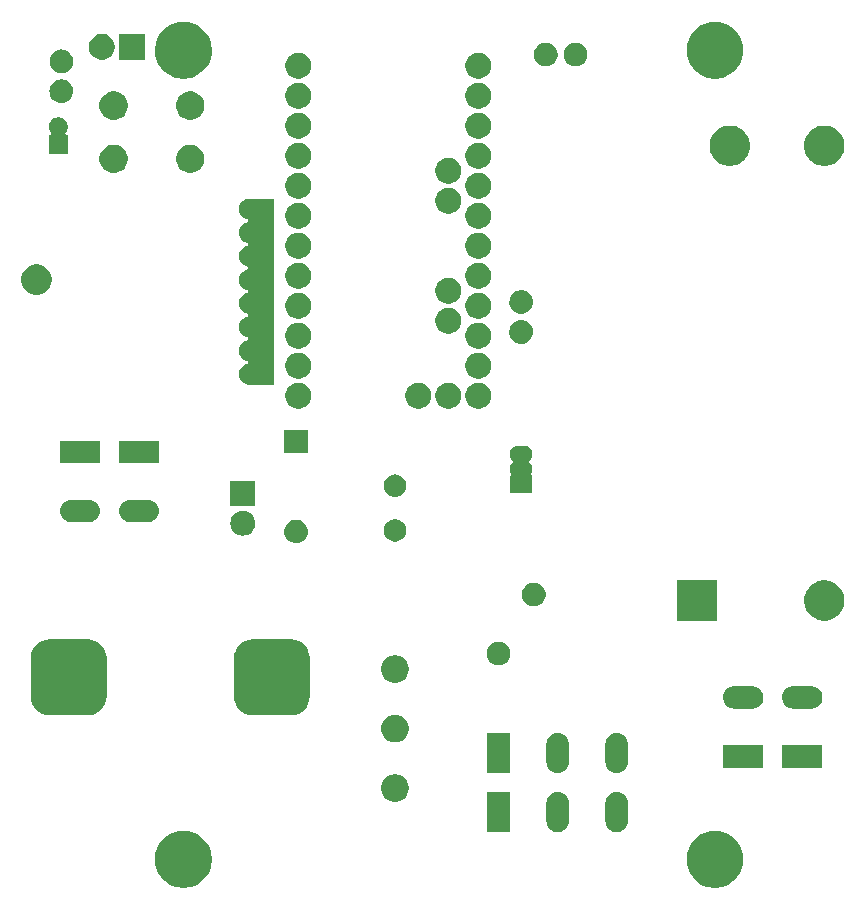
<source format=gbr>
G04 #@! TF.GenerationSoftware,KiCad,Pcbnew,(5.0.2)-1*
G04 #@! TF.CreationDate,2019-10-27T17:27:48+01:00*
G04 #@! TF.ProjectId,HM-LC-Sw1-FM,484d2d4c-432d-4537-9731-2d464d2e6b69,rev?*
G04 #@! TF.SameCoordinates,Original*
G04 #@! TF.FileFunction,Soldermask,Top*
G04 #@! TF.FilePolarity,Negative*
%FSLAX46Y46*%
G04 Gerber Fmt 4.6, Leading zero omitted, Abs format (unit mm)*
G04 Created by KiCad (PCBNEW (5.0.2)-1) date 27.10.2019 17:27:48*
%MOMM*%
%LPD*%
G01*
G04 APERTURE LIST*
%ADD10C,0.100000*%
G04 APERTURE END LIST*
D10*
G36*
X161351904Y-147372979D02*
X161700054Y-147442230D01*
X162136826Y-147623147D01*
X162529911Y-147885798D01*
X162864202Y-148220089D01*
X163126853Y-148613174D01*
X163307770Y-149049946D01*
X163362041Y-149322787D01*
X163400000Y-149513619D01*
X163400000Y-149986381D01*
X163377279Y-150100604D01*
X163307770Y-150450054D01*
X163126853Y-150886826D01*
X162864202Y-151279911D01*
X162529911Y-151614202D01*
X162136826Y-151876853D01*
X161700054Y-152057770D01*
X161351904Y-152127021D01*
X161236381Y-152150000D01*
X160763619Y-152150000D01*
X160648096Y-152127021D01*
X160299946Y-152057770D01*
X159863174Y-151876853D01*
X159470089Y-151614202D01*
X159135798Y-151279911D01*
X158873147Y-150886826D01*
X158692230Y-150450054D01*
X158622721Y-150100604D01*
X158600000Y-149986381D01*
X158600000Y-149513619D01*
X158637959Y-149322787D01*
X158692230Y-149049946D01*
X158873147Y-148613174D01*
X159135798Y-148220089D01*
X159470089Y-147885798D01*
X159863174Y-147623147D01*
X160299946Y-147442230D01*
X160648096Y-147372979D01*
X160763619Y-147350000D01*
X161236381Y-147350000D01*
X161351904Y-147372979D01*
X161351904Y-147372979D01*
G37*
G36*
X116351904Y-147372979D02*
X116700054Y-147442230D01*
X117136826Y-147623147D01*
X117529911Y-147885798D01*
X117864202Y-148220089D01*
X118126853Y-148613174D01*
X118307770Y-149049946D01*
X118362041Y-149322787D01*
X118400000Y-149513619D01*
X118400000Y-149986381D01*
X118377279Y-150100604D01*
X118307770Y-150450054D01*
X118126853Y-150886826D01*
X117864202Y-151279911D01*
X117529911Y-151614202D01*
X117136826Y-151876853D01*
X116700054Y-152057770D01*
X116351904Y-152127021D01*
X116236381Y-152150000D01*
X115763619Y-152150000D01*
X115648096Y-152127021D01*
X115299946Y-152057770D01*
X114863174Y-151876853D01*
X114470089Y-151614202D01*
X114135798Y-151279911D01*
X113873147Y-150886826D01*
X113692230Y-150450054D01*
X113622721Y-150100604D01*
X113600000Y-149986381D01*
X113600000Y-149513619D01*
X113637959Y-149322787D01*
X113692230Y-149049946D01*
X113873147Y-148613174D01*
X114135798Y-148220089D01*
X114470089Y-147885798D01*
X114863174Y-147623147D01*
X115299946Y-147442230D01*
X115648096Y-147372979D01*
X115763619Y-147350000D01*
X116236381Y-147350000D01*
X116351904Y-147372979D01*
X116351904Y-147372979D01*
G37*
G36*
X152870231Y-144045746D02*
X152959769Y-144072907D01*
X153049308Y-144100068D01*
X153214347Y-144188283D01*
X153359001Y-144306999D01*
X153477717Y-144451653D01*
X153565932Y-144616691D01*
X153620254Y-144795769D01*
X153634000Y-144935334D01*
X153634000Y-146528666D01*
X153620254Y-146668231D01*
X153565932Y-146847309D01*
X153477717Y-147012347D01*
X153359001Y-147157001D01*
X153214347Y-147275717D01*
X153049309Y-147363932D01*
X152959770Y-147391093D01*
X152870232Y-147418254D01*
X152684000Y-147436596D01*
X152497769Y-147418254D01*
X152408231Y-147391093D01*
X152318692Y-147363932D01*
X152153654Y-147275717D01*
X152009000Y-147157001D01*
X151890284Y-147012347D01*
X151802068Y-146847306D01*
X151747746Y-146668234D01*
X151734000Y-146528666D01*
X151734000Y-144935335D01*
X151747746Y-144795770D01*
X151747747Y-144795768D01*
X151802068Y-144616693D01*
X151802068Y-144616692D01*
X151890283Y-144451653D01*
X152008999Y-144306999D01*
X152153653Y-144188283D01*
X152318691Y-144100068D01*
X152408230Y-144072907D01*
X152497768Y-144045746D01*
X152684000Y-144027404D01*
X152870231Y-144045746D01*
X152870231Y-144045746D01*
G37*
G36*
X147870231Y-144045746D02*
X147959769Y-144072907D01*
X148049308Y-144100068D01*
X148214347Y-144188283D01*
X148359001Y-144306999D01*
X148477717Y-144451653D01*
X148565932Y-144616691D01*
X148620254Y-144795769D01*
X148634000Y-144935334D01*
X148634000Y-146528666D01*
X148620254Y-146668231D01*
X148565932Y-146847309D01*
X148477717Y-147012347D01*
X148359001Y-147157001D01*
X148214347Y-147275717D01*
X148049309Y-147363932D01*
X147959770Y-147391093D01*
X147870232Y-147418254D01*
X147684000Y-147436596D01*
X147497769Y-147418254D01*
X147408231Y-147391093D01*
X147318692Y-147363932D01*
X147153654Y-147275717D01*
X147009000Y-147157001D01*
X146890284Y-147012347D01*
X146802068Y-146847306D01*
X146747746Y-146668234D01*
X146734000Y-146528666D01*
X146734000Y-144935335D01*
X146747746Y-144795770D01*
X146747747Y-144795768D01*
X146802068Y-144616693D01*
X146802068Y-144616692D01*
X146890283Y-144451653D01*
X147008999Y-144306999D01*
X147153653Y-144188283D01*
X147318691Y-144100068D01*
X147408230Y-144072907D01*
X147497768Y-144045746D01*
X147684000Y-144027404D01*
X147870231Y-144045746D01*
X147870231Y-144045746D01*
G37*
G36*
X143634000Y-147432000D02*
X141734000Y-147432000D01*
X141734000Y-144032000D01*
X143634000Y-144032000D01*
X143634000Y-147432000D01*
X143634000Y-147432000D01*
G37*
G36*
X134264732Y-142580154D02*
X134264734Y-142580155D01*
X134264735Y-142580155D01*
X134343725Y-142612874D01*
X134478572Y-142668729D01*
X134671022Y-142797320D01*
X134834680Y-142960978D01*
X134963271Y-143153428D01*
X135051846Y-143367268D01*
X135097000Y-143594271D01*
X135097000Y-143825729D01*
X135051846Y-144052732D01*
X134963271Y-144266572D01*
X134834680Y-144459022D01*
X134671022Y-144622680D01*
X134478572Y-144751271D01*
X134371146Y-144795768D01*
X134264735Y-144839845D01*
X134264734Y-144839845D01*
X134264732Y-144839846D01*
X134037729Y-144885000D01*
X133806271Y-144885000D01*
X133579268Y-144839846D01*
X133579266Y-144839845D01*
X133579265Y-144839845D01*
X133472854Y-144795768D01*
X133365428Y-144751271D01*
X133172978Y-144622680D01*
X133009320Y-144459022D01*
X132880729Y-144266572D01*
X132792154Y-144052732D01*
X132747000Y-143825729D01*
X132747000Y-143594271D01*
X132792154Y-143367268D01*
X132880729Y-143153428D01*
X133009320Y-142960978D01*
X133172978Y-142797320D01*
X133365428Y-142668729D01*
X133500275Y-142612874D01*
X133579265Y-142580155D01*
X133579266Y-142580155D01*
X133579268Y-142580154D01*
X133806271Y-142535000D01*
X134037729Y-142535000D01*
X134264732Y-142580154D01*
X134264732Y-142580154D01*
G37*
G36*
X152870231Y-139045746D02*
X152959769Y-139072907D01*
X153049308Y-139100068D01*
X153214347Y-139188283D01*
X153359001Y-139306999D01*
X153477717Y-139451653D01*
X153565932Y-139616691D01*
X153593093Y-139706230D01*
X153620254Y-139795768D01*
X153620656Y-139799846D01*
X153634000Y-139935334D01*
X153634000Y-141528666D01*
X153620254Y-141668231D01*
X153565932Y-141847309D01*
X153477717Y-142012347D01*
X153359001Y-142157001D01*
X153214347Y-142275717D01*
X153049309Y-142363932D01*
X152959770Y-142391093D01*
X152870232Y-142418254D01*
X152684000Y-142436596D01*
X152497769Y-142418254D01*
X152408231Y-142391093D01*
X152318692Y-142363932D01*
X152153654Y-142275717D01*
X152009000Y-142157001D01*
X151890284Y-142012347D01*
X151802068Y-141847306D01*
X151747746Y-141668234D01*
X151734000Y-141528666D01*
X151734000Y-139935335D01*
X151742897Y-139845000D01*
X151747746Y-139795769D01*
X151802068Y-139616693D01*
X151802068Y-139616692D01*
X151890283Y-139451653D01*
X152008999Y-139306999D01*
X152153653Y-139188283D01*
X152318691Y-139100068D01*
X152408230Y-139072907D01*
X152497768Y-139045746D01*
X152684000Y-139027404D01*
X152870231Y-139045746D01*
X152870231Y-139045746D01*
G37*
G36*
X147870231Y-139045746D02*
X147959769Y-139072907D01*
X148049308Y-139100068D01*
X148214347Y-139188283D01*
X148359001Y-139306999D01*
X148477717Y-139451653D01*
X148565932Y-139616691D01*
X148593093Y-139706230D01*
X148620254Y-139795768D01*
X148620656Y-139799846D01*
X148634000Y-139935334D01*
X148634000Y-141528666D01*
X148620254Y-141668231D01*
X148565932Y-141847309D01*
X148477717Y-142012347D01*
X148359001Y-142157001D01*
X148214347Y-142275717D01*
X148049309Y-142363932D01*
X147959770Y-142391093D01*
X147870232Y-142418254D01*
X147684000Y-142436596D01*
X147497769Y-142418254D01*
X147408231Y-142391093D01*
X147318692Y-142363932D01*
X147153654Y-142275717D01*
X147009000Y-142157001D01*
X146890284Y-142012347D01*
X146802068Y-141847306D01*
X146747746Y-141668234D01*
X146734000Y-141528666D01*
X146734000Y-139935335D01*
X146742897Y-139845000D01*
X146747746Y-139795769D01*
X146802068Y-139616693D01*
X146802068Y-139616692D01*
X146890283Y-139451653D01*
X147008999Y-139306999D01*
X147153653Y-139188283D01*
X147318691Y-139100068D01*
X147408230Y-139072907D01*
X147497768Y-139045746D01*
X147684000Y-139027404D01*
X147870231Y-139045746D01*
X147870231Y-139045746D01*
G37*
G36*
X143634000Y-142432000D02*
X141734000Y-142432000D01*
X141734000Y-139032000D01*
X143634000Y-139032000D01*
X143634000Y-142432000D01*
X143634000Y-142432000D01*
G37*
G36*
X165102000Y-141984000D02*
X161702000Y-141984000D01*
X161702000Y-140084000D01*
X165102000Y-140084000D01*
X165102000Y-141984000D01*
X165102000Y-141984000D01*
G37*
G36*
X170102000Y-141984000D02*
X166702000Y-141984000D01*
X166702000Y-140084000D01*
X170102000Y-140084000D01*
X170102000Y-141984000D01*
X170102000Y-141984000D01*
G37*
G36*
X134264732Y-137540154D02*
X134264734Y-137540155D01*
X134264735Y-137540155D01*
X134343725Y-137572874D01*
X134478572Y-137628729D01*
X134671022Y-137757320D01*
X134834680Y-137920978D01*
X134963271Y-138113428D01*
X135051846Y-138327268D01*
X135097000Y-138554271D01*
X135097000Y-138785729D01*
X135051846Y-139012732D01*
X134963271Y-139226572D01*
X134834680Y-139419022D01*
X134671022Y-139582680D01*
X134478572Y-139711271D01*
X134343725Y-139767126D01*
X134264735Y-139799845D01*
X134264734Y-139799845D01*
X134264732Y-139799846D01*
X134037729Y-139845000D01*
X133806271Y-139845000D01*
X133579268Y-139799846D01*
X133579266Y-139799845D01*
X133579265Y-139799845D01*
X133500275Y-139767126D01*
X133365428Y-139711271D01*
X133172978Y-139582680D01*
X133009320Y-139419022D01*
X132880729Y-139226572D01*
X132792154Y-139012732D01*
X132747000Y-138785729D01*
X132747000Y-138554271D01*
X132792154Y-138327268D01*
X132880729Y-138113428D01*
X133009320Y-137920978D01*
X133172978Y-137757320D01*
X133365428Y-137628729D01*
X133500275Y-137572874D01*
X133579265Y-137540155D01*
X133579266Y-137540155D01*
X133579268Y-137540154D01*
X133806271Y-137495000D01*
X134037729Y-137495000D01*
X134264732Y-137540154D01*
X134264732Y-137540154D01*
G37*
G36*
X125457330Y-131149135D02*
X125745646Y-131236595D01*
X126011355Y-131378620D01*
X126244249Y-131569751D01*
X126435380Y-131802645D01*
X126577405Y-132068354D01*
X126664865Y-132356670D01*
X126695000Y-132662640D01*
X126695000Y-135975360D01*
X126664865Y-136281330D01*
X126577405Y-136569646D01*
X126435380Y-136835355D01*
X126244249Y-137068249D01*
X126011355Y-137259380D01*
X125745646Y-137401405D01*
X125457330Y-137488865D01*
X125151360Y-137519000D01*
X121838640Y-137519000D01*
X121532670Y-137488865D01*
X121244354Y-137401405D01*
X120978645Y-137259380D01*
X120745751Y-137068249D01*
X120554620Y-136835355D01*
X120412595Y-136569646D01*
X120325135Y-136281330D01*
X120295000Y-135975360D01*
X120295000Y-132662640D01*
X120325135Y-132356670D01*
X120412595Y-132068354D01*
X120554620Y-131802645D01*
X120745751Y-131569751D01*
X120978645Y-131378620D01*
X121244354Y-131236595D01*
X121532670Y-131149135D01*
X121838640Y-131119000D01*
X125151360Y-131119000D01*
X125457330Y-131149135D01*
X125457330Y-131149135D01*
G37*
G36*
X108257330Y-131149135D02*
X108545646Y-131236595D01*
X108811355Y-131378620D01*
X109044249Y-131569751D01*
X109235380Y-131802645D01*
X109377405Y-132068354D01*
X109464865Y-132356670D01*
X109495000Y-132662640D01*
X109495000Y-135975360D01*
X109464865Y-136281330D01*
X109377405Y-136569646D01*
X109235380Y-136835355D01*
X109044249Y-137068249D01*
X108811355Y-137259380D01*
X108545646Y-137401405D01*
X108257330Y-137488865D01*
X107951360Y-137519000D01*
X104638640Y-137519000D01*
X104332670Y-137488865D01*
X104044354Y-137401405D01*
X103778645Y-137259380D01*
X103545751Y-137068249D01*
X103354620Y-136835355D01*
X103212595Y-136569646D01*
X103125135Y-136281330D01*
X103095000Y-135975360D01*
X103095000Y-132662640D01*
X103125135Y-132356670D01*
X103212595Y-132068354D01*
X103354620Y-131802645D01*
X103545751Y-131569751D01*
X103778645Y-131378620D01*
X104044354Y-131236595D01*
X104332670Y-131149135D01*
X104638640Y-131119000D01*
X107951360Y-131119000D01*
X108257330Y-131149135D01*
X108257330Y-131149135D01*
G37*
G36*
X169338232Y-135097746D02*
X169427770Y-135124907D01*
X169517309Y-135152068D01*
X169682347Y-135240283D01*
X169827001Y-135358999D01*
X169945717Y-135503653D01*
X170033932Y-135668691D01*
X170033932Y-135668692D01*
X170088254Y-135847768D01*
X170106596Y-136034000D01*
X170088254Y-136220232D01*
X170069720Y-136281330D01*
X170033932Y-136399309D01*
X169945717Y-136564347D01*
X169827001Y-136709001D01*
X169682347Y-136827717D01*
X169517309Y-136915932D01*
X169427770Y-136943093D01*
X169338232Y-136970254D01*
X169198666Y-136984000D01*
X167605334Y-136984000D01*
X167465768Y-136970254D01*
X167376230Y-136943093D01*
X167286691Y-136915932D01*
X167121653Y-136827717D01*
X166976999Y-136709001D01*
X166858283Y-136564347D01*
X166770068Y-136399309D01*
X166734280Y-136281330D01*
X166715746Y-136220232D01*
X166697404Y-136034000D01*
X166715746Y-135847768D01*
X166770068Y-135668692D01*
X166770068Y-135668691D01*
X166858283Y-135503653D01*
X166976999Y-135358999D01*
X167121653Y-135240283D01*
X167286691Y-135152068D01*
X167376230Y-135124907D01*
X167465768Y-135097746D01*
X167605334Y-135084000D01*
X169198666Y-135084000D01*
X169338232Y-135097746D01*
X169338232Y-135097746D01*
G37*
G36*
X164338232Y-135097746D02*
X164427770Y-135124907D01*
X164517309Y-135152068D01*
X164682347Y-135240283D01*
X164827001Y-135358999D01*
X164945717Y-135503653D01*
X165033932Y-135668691D01*
X165033932Y-135668692D01*
X165088254Y-135847768D01*
X165106596Y-136034000D01*
X165088254Y-136220232D01*
X165069720Y-136281330D01*
X165033932Y-136399309D01*
X164945717Y-136564347D01*
X164827001Y-136709001D01*
X164682347Y-136827717D01*
X164517309Y-136915932D01*
X164427770Y-136943093D01*
X164338232Y-136970254D01*
X164198666Y-136984000D01*
X162605334Y-136984000D01*
X162465768Y-136970254D01*
X162376230Y-136943093D01*
X162286691Y-136915932D01*
X162121653Y-136827717D01*
X161976999Y-136709001D01*
X161858283Y-136564347D01*
X161770068Y-136399309D01*
X161734280Y-136281330D01*
X161715746Y-136220232D01*
X161697404Y-136034000D01*
X161715746Y-135847768D01*
X161770068Y-135668692D01*
X161770068Y-135668691D01*
X161858283Y-135503653D01*
X161976999Y-135358999D01*
X162121653Y-135240283D01*
X162286691Y-135152068D01*
X162376230Y-135124907D01*
X162465768Y-135097746D01*
X162605334Y-135084000D01*
X164198666Y-135084000D01*
X164338232Y-135097746D01*
X164338232Y-135097746D01*
G37*
G36*
X134264732Y-132500154D02*
X134264734Y-132500155D01*
X134264735Y-132500155D01*
X134343725Y-132532874D01*
X134478572Y-132588729D01*
X134671022Y-132717320D01*
X134834680Y-132880978D01*
X134963271Y-133073428D01*
X135051846Y-133287268D01*
X135097000Y-133514271D01*
X135097000Y-133745729D01*
X135051846Y-133972732D01*
X134963271Y-134186572D01*
X134834680Y-134379022D01*
X134671022Y-134542680D01*
X134478572Y-134671271D01*
X134343725Y-134727126D01*
X134264735Y-134759845D01*
X134264734Y-134759845D01*
X134264732Y-134759846D01*
X134037729Y-134805000D01*
X133806271Y-134805000D01*
X133579268Y-134759846D01*
X133579266Y-134759845D01*
X133579265Y-134759845D01*
X133500275Y-134727126D01*
X133365428Y-134671271D01*
X133172978Y-134542680D01*
X133009320Y-134379022D01*
X132880729Y-134186572D01*
X132792154Y-133972732D01*
X132747000Y-133745729D01*
X132747000Y-133514271D01*
X132792154Y-133287268D01*
X132880729Y-133073428D01*
X133009320Y-132880978D01*
X133172978Y-132717320D01*
X133365428Y-132588729D01*
X133500275Y-132532874D01*
X133579265Y-132500155D01*
X133579266Y-132500155D01*
X133579268Y-132500154D01*
X133806271Y-132455000D01*
X134037729Y-132455000D01*
X134264732Y-132500154D01*
X134264732Y-132500154D01*
G37*
G36*
X142844770Y-131333372D02*
X142960689Y-131356429D01*
X143142678Y-131431811D01*
X143306463Y-131541249D01*
X143445751Y-131680537D01*
X143555189Y-131844322D01*
X143630571Y-132026311D01*
X143669000Y-132219509D01*
X143669000Y-132416491D01*
X143630571Y-132609689D01*
X143555189Y-132791678D01*
X143445751Y-132955463D01*
X143306463Y-133094751D01*
X143142678Y-133204189D01*
X142960689Y-133279571D01*
X142844770Y-133302628D01*
X142767493Y-133318000D01*
X142570507Y-133318000D01*
X142493230Y-133302628D01*
X142377311Y-133279571D01*
X142195322Y-133204189D01*
X142031537Y-133094751D01*
X141892249Y-132955463D01*
X141782811Y-132791678D01*
X141707429Y-132609689D01*
X141669000Y-132416491D01*
X141669000Y-132219509D01*
X141707429Y-132026311D01*
X141782811Y-131844322D01*
X141892249Y-131680537D01*
X142031537Y-131541249D01*
X142195322Y-131431811D01*
X142377311Y-131356429D01*
X142493230Y-131333372D01*
X142570507Y-131318000D01*
X142767493Y-131318000D01*
X142844770Y-131333372D01*
X142844770Y-131333372D01*
G37*
G36*
X170648393Y-126169553D02*
X170757872Y-126191330D01*
X171067252Y-126319479D01*
X171345687Y-126505523D01*
X171582477Y-126742313D01*
X171768521Y-127020748D01*
X171850849Y-127219507D01*
X171896670Y-127330129D01*
X171952278Y-127609686D01*
X171962000Y-127658565D01*
X171962000Y-127993435D01*
X171896670Y-128321872D01*
X171768521Y-128631252D01*
X171582477Y-128909687D01*
X171345687Y-129146477D01*
X171067252Y-129332521D01*
X170757872Y-129460670D01*
X170648393Y-129482447D01*
X170429437Y-129526000D01*
X170094563Y-129526000D01*
X169875607Y-129482447D01*
X169766128Y-129460670D01*
X169456748Y-129332521D01*
X169178313Y-129146477D01*
X168941523Y-128909687D01*
X168755479Y-128631252D01*
X168627330Y-128321872D01*
X168562000Y-127993435D01*
X168562000Y-127658565D01*
X168571723Y-127609686D01*
X168627330Y-127330129D01*
X168673151Y-127219507D01*
X168755479Y-127020748D01*
X168941523Y-126742313D01*
X169178313Y-126505523D01*
X169456748Y-126319479D01*
X169766128Y-126191330D01*
X169875607Y-126169553D01*
X170094563Y-126126000D01*
X170429437Y-126126000D01*
X170648393Y-126169553D01*
X170648393Y-126169553D01*
G37*
G36*
X161212000Y-129526000D02*
X157812000Y-129526000D01*
X157812000Y-126126000D01*
X161212000Y-126126000D01*
X161212000Y-129526000D01*
X161212000Y-129526000D01*
G37*
G36*
X145844770Y-126333372D02*
X145960689Y-126356429D01*
X146142678Y-126431811D01*
X146306463Y-126541249D01*
X146445751Y-126680537D01*
X146555189Y-126844322D01*
X146630571Y-127026311D01*
X146669000Y-127219509D01*
X146669000Y-127416491D01*
X146630571Y-127609689D01*
X146555189Y-127791678D01*
X146445751Y-127955463D01*
X146306463Y-128094751D01*
X146142678Y-128204189D01*
X145960689Y-128279571D01*
X145844770Y-128302628D01*
X145767493Y-128318000D01*
X145570507Y-128318000D01*
X145493230Y-128302628D01*
X145377311Y-128279571D01*
X145195322Y-128204189D01*
X145031537Y-128094751D01*
X144892249Y-127955463D01*
X144782811Y-127791678D01*
X144707429Y-127609689D01*
X144669000Y-127416491D01*
X144669000Y-127219509D01*
X144707429Y-127026311D01*
X144782811Y-126844322D01*
X144892249Y-126680537D01*
X145031537Y-126541249D01*
X145195322Y-126431811D01*
X145377311Y-126356429D01*
X145493230Y-126333372D01*
X145570507Y-126318000D01*
X145767493Y-126318000D01*
X145844770Y-126333372D01*
X145844770Y-126333372D01*
G37*
G36*
X125736030Y-120998469D02*
X125736033Y-120998470D01*
X125736034Y-120998470D01*
X125924535Y-121055651D01*
X125924537Y-121055652D01*
X126098260Y-121148509D01*
X126250528Y-121273472D01*
X126375491Y-121425740D01*
X126410286Y-121490836D01*
X126468349Y-121599465D01*
X126495437Y-121688762D01*
X126525531Y-121787970D01*
X126544838Y-121984000D01*
X126525531Y-122180030D01*
X126525530Y-122180033D01*
X126525530Y-122180034D01*
X126477007Y-122339994D01*
X126468348Y-122368537D01*
X126375491Y-122542260D01*
X126250528Y-122694528D01*
X126098260Y-122819491D01*
X126098258Y-122819492D01*
X125924535Y-122912349D01*
X125736034Y-122969530D01*
X125736033Y-122969530D01*
X125736030Y-122969531D01*
X125589124Y-122984000D01*
X125490876Y-122984000D01*
X125343970Y-122969531D01*
X125343967Y-122969530D01*
X125343966Y-122969530D01*
X125155465Y-122912349D01*
X124981742Y-122819492D01*
X124981740Y-122819491D01*
X124829472Y-122694528D01*
X124704509Y-122542260D01*
X124611652Y-122368537D01*
X124602994Y-122339994D01*
X124554470Y-122180034D01*
X124554470Y-122180033D01*
X124554469Y-122180030D01*
X124535162Y-121984000D01*
X124554469Y-121787970D01*
X124584563Y-121688762D01*
X124611651Y-121599465D01*
X124669714Y-121490836D01*
X124704509Y-121425740D01*
X124829472Y-121273472D01*
X124981740Y-121148509D01*
X125155463Y-121055652D01*
X125155465Y-121055651D01*
X125343966Y-120998470D01*
X125343967Y-120998470D01*
X125343970Y-120998469D01*
X125490876Y-120984000D01*
X125589124Y-120984000D01*
X125736030Y-120998469D01*
X125736030Y-120998469D01*
G37*
G36*
X134061451Y-120949127D02*
X134199105Y-120976508D01*
X134371994Y-121048121D01*
X134527590Y-121152087D01*
X134659913Y-121284410D01*
X134763879Y-121440006D01*
X134835492Y-121612895D01*
X134872000Y-121796433D01*
X134872000Y-121983567D01*
X134835492Y-122167105D01*
X134763879Y-122339994D01*
X134659913Y-122495590D01*
X134527590Y-122627913D01*
X134371994Y-122731879D01*
X134199105Y-122803492D01*
X134061452Y-122830873D01*
X134015568Y-122840000D01*
X133828432Y-122840000D01*
X133782548Y-122830873D01*
X133644895Y-122803492D01*
X133472006Y-122731879D01*
X133316410Y-122627913D01*
X133184087Y-122495590D01*
X133080121Y-122339994D01*
X133008508Y-122167105D01*
X132972000Y-121983567D01*
X132972000Y-121796433D01*
X133008508Y-121612895D01*
X133080121Y-121440006D01*
X133184087Y-121284410D01*
X133316410Y-121152087D01*
X133472006Y-121048121D01*
X133644895Y-120976508D01*
X133782549Y-120949127D01*
X133828432Y-120940000D01*
X134015568Y-120940000D01*
X134061451Y-120949127D01*
X134061451Y-120949127D01*
G37*
G36*
X121159707Y-120242596D02*
X121236836Y-120250193D01*
X121368787Y-120290220D01*
X121434763Y-120310233D01*
X121617172Y-120407733D01*
X121777054Y-120538946D01*
X121908267Y-120698828D01*
X122005767Y-120881237D01*
X122005767Y-120881238D01*
X122065807Y-121079164D01*
X122086080Y-121285000D01*
X122065807Y-121490836D01*
X122032855Y-121599463D01*
X122005767Y-121688763D01*
X121908267Y-121871172D01*
X121777054Y-122031054D01*
X121617172Y-122162267D01*
X121434763Y-122259767D01*
X121368787Y-122279780D01*
X121236836Y-122319807D01*
X121159707Y-122327403D01*
X121082580Y-122335000D01*
X120979420Y-122335000D01*
X120902293Y-122327403D01*
X120825164Y-122319807D01*
X120693213Y-122279780D01*
X120627237Y-122259767D01*
X120444828Y-122162267D01*
X120284946Y-122031054D01*
X120153733Y-121871172D01*
X120056233Y-121688763D01*
X120029145Y-121599463D01*
X119996193Y-121490836D01*
X119975920Y-121285000D01*
X119996193Y-121079164D01*
X120056233Y-120881238D01*
X120056233Y-120881237D01*
X120153733Y-120698828D01*
X120284946Y-120538946D01*
X120444828Y-120407733D01*
X120627237Y-120310233D01*
X120693213Y-120290220D01*
X120825164Y-120250193D01*
X120902293Y-120242596D01*
X120979420Y-120235000D01*
X121082580Y-120235000D01*
X121159707Y-120242596D01*
X121159707Y-120242596D01*
G37*
G36*
X113188232Y-119315746D02*
X113277770Y-119342907D01*
X113367309Y-119370068D01*
X113532347Y-119458283D01*
X113677001Y-119576999D01*
X113795717Y-119721653D01*
X113883932Y-119886691D01*
X113938254Y-120065769D01*
X113956596Y-120252000D01*
X113938254Y-120438231D01*
X113883932Y-120617309D01*
X113795717Y-120782347D01*
X113677001Y-120927001D01*
X113532347Y-121045717D01*
X113367309Y-121133932D01*
X113277770Y-121161093D01*
X113188232Y-121188254D01*
X113118448Y-121195127D01*
X113048666Y-121202000D01*
X111455334Y-121202000D01*
X111385552Y-121195127D01*
X111315768Y-121188254D01*
X111226230Y-121161093D01*
X111136691Y-121133932D01*
X110971653Y-121045717D01*
X110826999Y-120927001D01*
X110708283Y-120782347D01*
X110620068Y-120617309D01*
X110565746Y-120438231D01*
X110547404Y-120252000D01*
X110565746Y-120065769D01*
X110620068Y-119886691D01*
X110708283Y-119721653D01*
X110826999Y-119576999D01*
X110971653Y-119458283D01*
X111136691Y-119370068D01*
X111226230Y-119342907D01*
X111315768Y-119315746D01*
X111455334Y-119302000D01*
X113048666Y-119302000D01*
X113188232Y-119315746D01*
X113188232Y-119315746D01*
G37*
G36*
X108188232Y-119315746D02*
X108277770Y-119342907D01*
X108367309Y-119370068D01*
X108532347Y-119458283D01*
X108677001Y-119576999D01*
X108795717Y-119721653D01*
X108883932Y-119886691D01*
X108938254Y-120065769D01*
X108956596Y-120252000D01*
X108938254Y-120438231D01*
X108883932Y-120617309D01*
X108795717Y-120782347D01*
X108677001Y-120927001D01*
X108532347Y-121045717D01*
X108367309Y-121133932D01*
X108277770Y-121161093D01*
X108188232Y-121188254D01*
X108118448Y-121195127D01*
X108048666Y-121202000D01*
X106455334Y-121202000D01*
X106385552Y-121195127D01*
X106315768Y-121188254D01*
X106226230Y-121161093D01*
X106136691Y-121133932D01*
X105971653Y-121045717D01*
X105826999Y-120927001D01*
X105708283Y-120782347D01*
X105620068Y-120617309D01*
X105565746Y-120438231D01*
X105547404Y-120252000D01*
X105565746Y-120065769D01*
X105620068Y-119886691D01*
X105708283Y-119721653D01*
X105826999Y-119576999D01*
X105971653Y-119458283D01*
X106136691Y-119370068D01*
X106226230Y-119342907D01*
X106315768Y-119315746D01*
X106455334Y-119302000D01*
X108048666Y-119302000D01*
X108188232Y-119315746D01*
X108188232Y-119315746D01*
G37*
G36*
X122081000Y-119795000D02*
X119981000Y-119795000D01*
X119981000Y-117695000D01*
X122081000Y-117695000D01*
X122081000Y-119795000D01*
X122081000Y-119795000D01*
G37*
G36*
X134061452Y-117169127D02*
X134199105Y-117196508D01*
X134371994Y-117268121D01*
X134527590Y-117372087D01*
X134659913Y-117504410D01*
X134763879Y-117660006D01*
X134835492Y-117832895D01*
X134872000Y-118016433D01*
X134872000Y-118203567D01*
X134835492Y-118387105D01*
X134763879Y-118559994D01*
X134659913Y-118715590D01*
X134527590Y-118847913D01*
X134371994Y-118951879D01*
X134199105Y-119023492D01*
X134061451Y-119050873D01*
X134015568Y-119060000D01*
X133828432Y-119060000D01*
X133782549Y-119050873D01*
X133644895Y-119023492D01*
X133472006Y-118951879D01*
X133316410Y-118847913D01*
X133184087Y-118715590D01*
X133080121Y-118559994D01*
X133008508Y-118387105D01*
X132972000Y-118203567D01*
X132972000Y-118016433D01*
X133008508Y-117832895D01*
X133080121Y-117660006D01*
X133184087Y-117504410D01*
X133316410Y-117372087D01*
X133472006Y-117268121D01*
X133644895Y-117196508D01*
X133782548Y-117169127D01*
X133828432Y-117160000D01*
X134015568Y-117160000D01*
X134061452Y-117169127D01*
X134061452Y-117169127D01*
G37*
G36*
X144886113Y-114721497D02*
X144957125Y-114728491D01*
X145048234Y-114756128D01*
X145093789Y-114769947D01*
X145219738Y-114837269D01*
X145330132Y-114927868D01*
X145420731Y-115038262D01*
X145488053Y-115164211D01*
X145488053Y-115164212D01*
X145529509Y-115300875D01*
X145543507Y-115443000D01*
X145529509Y-115585125D01*
X145501872Y-115676234D01*
X145488053Y-115721789D01*
X145420731Y-115847738D01*
X145330132Y-115958132D01*
X145301812Y-115981374D01*
X145284485Y-115998701D01*
X145270871Y-116019075D01*
X145261493Y-116041714D01*
X145256713Y-116065748D01*
X145256713Y-116090252D01*
X145261493Y-116114286D01*
X145270871Y-116136925D01*
X145284485Y-116157299D01*
X145301812Y-116174626D01*
X145330132Y-116197868D01*
X145420731Y-116308262D01*
X145488053Y-116434211D01*
X145488053Y-116434212D01*
X145529509Y-116570875D01*
X145543507Y-116713000D01*
X145529509Y-116855125D01*
X145501872Y-116946234D01*
X145488053Y-116991789D01*
X145444069Y-117074075D01*
X145434692Y-117096713D01*
X145429911Y-117120747D01*
X145429911Y-117145251D01*
X145434691Y-117169285D01*
X145444068Y-117191924D01*
X145457682Y-117212298D01*
X145475009Y-117229626D01*
X145495384Y-117243240D01*
X145518022Y-117252617D01*
X145540000Y-117256989D01*
X145540000Y-118708000D01*
X143640000Y-118708000D01*
X143640000Y-117256591D01*
X143650077Y-117255598D01*
X143673526Y-117248485D01*
X143695137Y-117236934D01*
X143714079Y-117221388D01*
X143729625Y-117202446D01*
X143741176Y-117180835D01*
X143748289Y-117157386D01*
X143750691Y-117133000D01*
X143748289Y-117108614D01*
X143741176Y-117085165D01*
X143735931Y-117074075D01*
X143691947Y-116991789D01*
X143678128Y-116946234D01*
X143650491Y-116855125D01*
X143636493Y-116713000D01*
X143650491Y-116570875D01*
X143691947Y-116434212D01*
X143691947Y-116434211D01*
X143759269Y-116308262D01*
X143849868Y-116197868D01*
X143878188Y-116174626D01*
X143895515Y-116157299D01*
X143909129Y-116136925D01*
X143918507Y-116114286D01*
X143923287Y-116090252D01*
X143923287Y-116065748D01*
X143918507Y-116041714D01*
X143909129Y-116019075D01*
X143895515Y-115998701D01*
X143878188Y-115981374D01*
X143849868Y-115958132D01*
X143759269Y-115847738D01*
X143691947Y-115721789D01*
X143678128Y-115676234D01*
X143650491Y-115585125D01*
X143636493Y-115443000D01*
X143650491Y-115300875D01*
X143691947Y-115164212D01*
X143691947Y-115164211D01*
X143759269Y-115038262D01*
X143849868Y-114927868D01*
X143960262Y-114837269D01*
X144086211Y-114769947D01*
X144131766Y-114756128D01*
X144222875Y-114728491D01*
X144293887Y-114721497D01*
X144329392Y-114718000D01*
X144850608Y-114718000D01*
X144886113Y-114721497D01*
X144886113Y-114721497D01*
G37*
G36*
X113952000Y-116202000D02*
X110552000Y-116202000D01*
X110552000Y-114302000D01*
X113952000Y-114302000D01*
X113952000Y-116202000D01*
X113952000Y-116202000D01*
G37*
G36*
X108952000Y-116202000D02*
X105552000Y-116202000D01*
X105552000Y-114302000D01*
X108952000Y-114302000D01*
X108952000Y-116202000D01*
X108952000Y-116202000D01*
G37*
G36*
X126540000Y-115364000D02*
X124540000Y-115364000D01*
X124540000Y-113364000D01*
X126540000Y-113364000D01*
X126540000Y-115364000D01*
X126540000Y-115364000D01*
G37*
G36*
X141290857Y-109432272D02*
X141491042Y-109515191D01*
X141671213Y-109635578D01*
X141824422Y-109788787D01*
X141944809Y-109968958D01*
X142027728Y-110169143D01*
X142070000Y-110381658D01*
X142070000Y-110598342D01*
X142027728Y-110810857D01*
X141944809Y-111011042D01*
X141824422Y-111191213D01*
X141671213Y-111344422D01*
X141491042Y-111464809D01*
X141290857Y-111547728D01*
X141078342Y-111590000D01*
X140861658Y-111590000D01*
X140649143Y-111547728D01*
X140448958Y-111464809D01*
X140268787Y-111344422D01*
X140115578Y-111191213D01*
X139995191Y-111011042D01*
X139912272Y-110810857D01*
X139870000Y-110598342D01*
X139870000Y-110381658D01*
X139912272Y-110169143D01*
X139995191Y-109968958D01*
X140115578Y-109788787D01*
X140268787Y-109635578D01*
X140448958Y-109515191D01*
X140649143Y-109432272D01*
X140861658Y-109390000D01*
X141078342Y-109390000D01*
X141290857Y-109432272D01*
X141290857Y-109432272D01*
G37*
G36*
X138750857Y-109432272D02*
X138951042Y-109515191D01*
X139131213Y-109635578D01*
X139284422Y-109788787D01*
X139404809Y-109968958D01*
X139487728Y-110169143D01*
X139530000Y-110381658D01*
X139530000Y-110598342D01*
X139487728Y-110810857D01*
X139404809Y-111011042D01*
X139284422Y-111191213D01*
X139131213Y-111344422D01*
X138951042Y-111464809D01*
X138750857Y-111547728D01*
X138538342Y-111590000D01*
X138321658Y-111590000D01*
X138109143Y-111547728D01*
X137908958Y-111464809D01*
X137728787Y-111344422D01*
X137575578Y-111191213D01*
X137455191Y-111011042D01*
X137372272Y-110810857D01*
X137330000Y-110598342D01*
X137330000Y-110381658D01*
X137372272Y-110169143D01*
X137455191Y-109968958D01*
X137575578Y-109788787D01*
X137728787Y-109635578D01*
X137908958Y-109515191D01*
X138109143Y-109432272D01*
X138321658Y-109390000D01*
X138538342Y-109390000D01*
X138750857Y-109432272D01*
X138750857Y-109432272D01*
G37*
G36*
X136210857Y-109432272D02*
X136411042Y-109515191D01*
X136591213Y-109635578D01*
X136744422Y-109788787D01*
X136864809Y-109968958D01*
X136947728Y-110169143D01*
X136990000Y-110381658D01*
X136990000Y-110598342D01*
X136947728Y-110810857D01*
X136864809Y-111011042D01*
X136744422Y-111191213D01*
X136591213Y-111344422D01*
X136411042Y-111464809D01*
X136210857Y-111547728D01*
X135998342Y-111590000D01*
X135781658Y-111590000D01*
X135569143Y-111547728D01*
X135368958Y-111464809D01*
X135188787Y-111344422D01*
X135035578Y-111191213D01*
X134915191Y-111011042D01*
X134832272Y-110810857D01*
X134790000Y-110598342D01*
X134790000Y-110381658D01*
X134832272Y-110169143D01*
X134915191Y-109968958D01*
X135035578Y-109788787D01*
X135188787Y-109635578D01*
X135368958Y-109515191D01*
X135569143Y-109432272D01*
X135781658Y-109390000D01*
X135998342Y-109390000D01*
X136210857Y-109432272D01*
X136210857Y-109432272D01*
G37*
G36*
X126050857Y-109432272D02*
X126251042Y-109515191D01*
X126431213Y-109635578D01*
X126584422Y-109788787D01*
X126704809Y-109968958D01*
X126787728Y-110169143D01*
X126830000Y-110381658D01*
X126830000Y-110598342D01*
X126787728Y-110810857D01*
X126704809Y-111011042D01*
X126584422Y-111191213D01*
X126431213Y-111344422D01*
X126251042Y-111464809D01*
X126050857Y-111547728D01*
X125838342Y-111590000D01*
X125621658Y-111590000D01*
X125409143Y-111547728D01*
X125208958Y-111464809D01*
X125028787Y-111344422D01*
X124875578Y-111191213D01*
X124755191Y-111011042D01*
X124672272Y-110810857D01*
X124630000Y-110598342D01*
X124630000Y-110381658D01*
X124672272Y-110169143D01*
X124755191Y-109968958D01*
X124875578Y-109788787D01*
X125028787Y-109635578D01*
X125208958Y-109515191D01*
X125409143Y-109432272D01*
X125621658Y-109390000D01*
X125838342Y-109390000D01*
X126050857Y-109432272D01*
X126050857Y-109432272D01*
G37*
G36*
X123679000Y-109547000D02*
X121428439Y-109547000D01*
X121423446Y-109542902D01*
X121401835Y-109531351D01*
X121378386Y-109524238D01*
X121323772Y-109513375D01*
X121164533Y-109447416D01*
X121021217Y-109351655D01*
X120899345Y-109229783D01*
X120803584Y-109086467D01*
X120737625Y-108927228D01*
X120704000Y-108758181D01*
X120704000Y-108585819D01*
X120737625Y-108416772D01*
X120803584Y-108257533D01*
X120899345Y-108114217D01*
X121021217Y-107992345D01*
X121164533Y-107896584D01*
X121323772Y-107830625D01*
X121378386Y-107819762D01*
X121401835Y-107812649D01*
X121423446Y-107801098D01*
X121442388Y-107785553D01*
X121457933Y-107766611D01*
X121469485Y-107745000D01*
X121476598Y-107721551D01*
X121479000Y-107697164D01*
X121479000Y-107646836D01*
X121476598Y-107622450D01*
X121469485Y-107599001D01*
X121457934Y-107577390D01*
X121442388Y-107558448D01*
X121423446Y-107542902D01*
X121401835Y-107531351D01*
X121378386Y-107524238D01*
X121323772Y-107513375D01*
X121164533Y-107447416D01*
X121021217Y-107351655D01*
X120899345Y-107229783D01*
X120803584Y-107086467D01*
X120737625Y-106927228D01*
X120704000Y-106758181D01*
X120704000Y-106585819D01*
X120737625Y-106416772D01*
X120803584Y-106257533D01*
X120899345Y-106114217D01*
X121021217Y-105992345D01*
X121164533Y-105896584D01*
X121323772Y-105830625D01*
X121378386Y-105819762D01*
X121401835Y-105812649D01*
X121423446Y-105801098D01*
X121442388Y-105785553D01*
X121457933Y-105766611D01*
X121469485Y-105745000D01*
X121476598Y-105721551D01*
X121479000Y-105697164D01*
X121479000Y-105646836D01*
X121476598Y-105622450D01*
X121469485Y-105599001D01*
X121457934Y-105577390D01*
X121442388Y-105558448D01*
X121423446Y-105542902D01*
X121401835Y-105531351D01*
X121378386Y-105524238D01*
X121323772Y-105513375D01*
X121164533Y-105447416D01*
X121021217Y-105351655D01*
X120899345Y-105229783D01*
X120803584Y-105086467D01*
X120737625Y-104927228D01*
X120704000Y-104758181D01*
X120704000Y-104585819D01*
X120737625Y-104416772D01*
X120803584Y-104257533D01*
X120899345Y-104114217D01*
X121021217Y-103992345D01*
X121164533Y-103896584D01*
X121323772Y-103830625D01*
X121378386Y-103819762D01*
X121401835Y-103812649D01*
X121423446Y-103801098D01*
X121442388Y-103785553D01*
X121457933Y-103766611D01*
X121469485Y-103745000D01*
X121476598Y-103721551D01*
X121479000Y-103697164D01*
X121479000Y-103646836D01*
X121476598Y-103622450D01*
X121469485Y-103599001D01*
X121457934Y-103577390D01*
X121442388Y-103558448D01*
X121423446Y-103542902D01*
X121401835Y-103531351D01*
X121378386Y-103524238D01*
X121323772Y-103513375D01*
X121164533Y-103447416D01*
X121021217Y-103351655D01*
X120899345Y-103229783D01*
X120803584Y-103086467D01*
X120737625Y-102927228D01*
X120704000Y-102758181D01*
X120704000Y-102585819D01*
X120737625Y-102416772D01*
X120803584Y-102257533D01*
X120899345Y-102114217D01*
X121021217Y-101992345D01*
X121164533Y-101896584D01*
X121323772Y-101830625D01*
X121378386Y-101819762D01*
X121401835Y-101812649D01*
X121423446Y-101801098D01*
X121442388Y-101785553D01*
X121457933Y-101766611D01*
X121469485Y-101745000D01*
X121476598Y-101721551D01*
X121479000Y-101697164D01*
X121479000Y-101646836D01*
X121476598Y-101622450D01*
X121469485Y-101599001D01*
X121457934Y-101577390D01*
X121442388Y-101558448D01*
X121423446Y-101542902D01*
X121401835Y-101531351D01*
X121378386Y-101524238D01*
X121323772Y-101513375D01*
X121164533Y-101447416D01*
X121021217Y-101351655D01*
X120899345Y-101229783D01*
X120803584Y-101086467D01*
X120737625Y-100927228D01*
X120704000Y-100758181D01*
X120704000Y-100585819D01*
X120737625Y-100416772D01*
X120803584Y-100257533D01*
X120899345Y-100114217D01*
X121021217Y-99992345D01*
X121164533Y-99896584D01*
X121323772Y-99830625D01*
X121378386Y-99819762D01*
X121401835Y-99812649D01*
X121423446Y-99801098D01*
X121442388Y-99785553D01*
X121457933Y-99766611D01*
X121469485Y-99745000D01*
X121476598Y-99721551D01*
X121479000Y-99697164D01*
X121479000Y-99646836D01*
X121476598Y-99622450D01*
X121469485Y-99599001D01*
X121457934Y-99577390D01*
X121442388Y-99558448D01*
X121423446Y-99542902D01*
X121401835Y-99531351D01*
X121378386Y-99524238D01*
X121323772Y-99513375D01*
X121164533Y-99447416D01*
X121021217Y-99351655D01*
X120899345Y-99229783D01*
X120803584Y-99086467D01*
X120737625Y-98927228D01*
X120704000Y-98758181D01*
X120704000Y-98585819D01*
X120737625Y-98416772D01*
X120803584Y-98257533D01*
X120899345Y-98114217D01*
X121021217Y-97992345D01*
X121164533Y-97896584D01*
X121323772Y-97830625D01*
X121378386Y-97819762D01*
X121401835Y-97812649D01*
X121423446Y-97801098D01*
X121442388Y-97785553D01*
X121457933Y-97766611D01*
X121469485Y-97745000D01*
X121476598Y-97721551D01*
X121479000Y-97697164D01*
X121479000Y-97646836D01*
X121476598Y-97622450D01*
X121469485Y-97599001D01*
X121457934Y-97577390D01*
X121442388Y-97558448D01*
X121423446Y-97542902D01*
X121401835Y-97531351D01*
X121378386Y-97524238D01*
X121323772Y-97513375D01*
X121164533Y-97447416D01*
X121021217Y-97351655D01*
X120899345Y-97229783D01*
X120803584Y-97086467D01*
X120737625Y-96927228D01*
X120704000Y-96758181D01*
X120704000Y-96585819D01*
X120737625Y-96416772D01*
X120803584Y-96257533D01*
X120899345Y-96114217D01*
X121021217Y-95992345D01*
X121164533Y-95896584D01*
X121323772Y-95830625D01*
X121378386Y-95819762D01*
X121401835Y-95812649D01*
X121423446Y-95801098D01*
X121442388Y-95785553D01*
X121457933Y-95766611D01*
X121469485Y-95745000D01*
X121476598Y-95721551D01*
X121479000Y-95697164D01*
X121479000Y-95646836D01*
X121476598Y-95622450D01*
X121469485Y-95599001D01*
X121457934Y-95577390D01*
X121442388Y-95558448D01*
X121423446Y-95542902D01*
X121401835Y-95531351D01*
X121378386Y-95524238D01*
X121323772Y-95513375D01*
X121164533Y-95447416D01*
X121021217Y-95351655D01*
X120899345Y-95229783D01*
X120803584Y-95086467D01*
X120737625Y-94927228D01*
X120704000Y-94758181D01*
X120704000Y-94585819D01*
X120737625Y-94416772D01*
X120803584Y-94257533D01*
X120899345Y-94114217D01*
X121021217Y-93992345D01*
X121164533Y-93896584D01*
X121323772Y-93830625D01*
X121378386Y-93819762D01*
X121401835Y-93812649D01*
X121423446Y-93801098D01*
X121428440Y-93797000D01*
X123679000Y-93797000D01*
X123679000Y-109547000D01*
X123679000Y-109547000D01*
G37*
G36*
X141290857Y-106892272D02*
X141491042Y-106975191D01*
X141491045Y-106975193D01*
X141657578Y-107086467D01*
X141671213Y-107095578D01*
X141824422Y-107248787D01*
X141944809Y-107428958D01*
X142027728Y-107629143D01*
X142070000Y-107841658D01*
X142070000Y-108058342D01*
X142027728Y-108270857D01*
X141944809Y-108471042D01*
X141944807Y-108471045D01*
X141868117Y-108585820D01*
X141824422Y-108651213D01*
X141671213Y-108804422D01*
X141491042Y-108924809D01*
X141290857Y-109007728D01*
X141078342Y-109050000D01*
X140861658Y-109050000D01*
X140649143Y-109007728D01*
X140448958Y-108924809D01*
X140268787Y-108804422D01*
X140115578Y-108651213D01*
X140071884Y-108585820D01*
X139995193Y-108471045D01*
X139995191Y-108471042D01*
X139912272Y-108270857D01*
X139870000Y-108058342D01*
X139870000Y-107841658D01*
X139912272Y-107629143D01*
X139995191Y-107428958D01*
X140115578Y-107248787D01*
X140268787Y-107095578D01*
X140282423Y-107086467D01*
X140448955Y-106975193D01*
X140448958Y-106975191D01*
X140649143Y-106892272D01*
X140861658Y-106850000D01*
X141078342Y-106850000D01*
X141290857Y-106892272D01*
X141290857Y-106892272D01*
G37*
G36*
X126050857Y-106892272D02*
X126251042Y-106975191D01*
X126251045Y-106975193D01*
X126417578Y-107086467D01*
X126431213Y-107095578D01*
X126584422Y-107248787D01*
X126704809Y-107428958D01*
X126787728Y-107629143D01*
X126830000Y-107841658D01*
X126830000Y-108058342D01*
X126787728Y-108270857D01*
X126704809Y-108471042D01*
X126704807Y-108471045D01*
X126628117Y-108585820D01*
X126584422Y-108651213D01*
X126431213Y-108804422D01*
X126251042Y-108924809D01*
X126050857Y-109007728D01*
X125838342Y-109050000D01*
X125621658Y-109050000D01*
X125409143Y-109007728D01*
X125208958Y-108924809D01*
X125028787Y-108804422D01*
X124875578Y-108651213D01*
X124831884Y-108585820D01*
X124755193Y-108471045D01*
X124755191Y-108471042D01*
X124672272Y-108270857D01*
X124630000Y-108058342D01*
X124630000Y-107841658D01*
X124672272Y-107629143D01*
X124755191Y-107428958D01*
X124875578Y-107248787D01*
X125028787Y-107095578D01*
X125042423Y-107086467D01*
X125208955Y-106975193D01*
X125208958Y-106975191D01*
X125409143Y-106892272D01*
X125621658Y-106850000D01*
X125838342Y-106850000D01*
X126050857Y-106892272D01*
X126050857Y-106892272D01*
G37*
G36*
X126050857Y-104352272D02*
X126251042Y-104435191D01*
X126251045Y-104435193D01*
X126398534Y-104533742D01*
X126431213Y-104555578D01*
X126584422Y-104708787D01*
X126704809Y-104888958D01*
X126787728Y-105089143D01*
X126830000Y-105301658D01*
X126830000Y-105518342D01*
X126787728Y-105730857D01*
X126704809Y-105931042D01*
X126704807Y-105931045D01*
X126606929Y-106077530D01*
X126584422Y-106111213D01*
X126431213Y-106264422D01*
X126251042Y-106384809D01*
X126050857Y-106467728D01*
X125838342Y-106510000D01*
X125621658Y-106510000D01*
X125409143Y-106467728D01*
X125208958Y-106384809D01*
X125028787Y-106264422D01*
X124875578Y-106111213D01*
X124853072Y-106077530D01*
X124755193Y-105931045D01*
X124755191Y-105931042D01*
X124672272Y-105730857D01*
X124630000Y-105518342D01*
X124630000Y-105301658D01*
X124672272Y-105089143D01*
X124755191Y-104888958D01*
X124875578Y-104708787D01*
X125028787Y-104555578D01*
X125061467Y-104533742D01*
X125208955Y-104435193D01*
X125208958Y-104435191D01*
X125409143Y-104352272D01*
X125621658Y-104310000D01*
X125838342Y-104310000D01*
X126050857Y-104352272D01*
X126050857Y-104352272D01*
G37*
G36*
X141290857Y-104352272D02*
X141491042Y-104435191D01*
X141491045Y-104435193D01*
X141638534Y-104533742D01*
X141671213Y-104555578D01*
X141824422Y-104708787D01*
X141944809Y-104888958D01*
X142027728Y-105089143D01*
X142070000Y-105301658D01*
X142070000Y-105518342D01*
X142027728Y-105730857D01*
X141944809Y-105931042D01*
X141944807Y-105931045D01*
X141846929Y-106077530D01*
X141824422Y-106111213D01*
X141671213Y-106264422D01*
X141491042Y-106384809D01*
X141290857Y-106467728D01*
X141078342Y-106510000D01*
X140861658Y-106510000D01*
X140649143Y-106467728D01*
X140448958Y-106384809D01*
X140268787Y-106264422D01*
X140115578Y-106111213D01*
X140093072Y-106077530D01*
X139995193Y-105931045D01*
X139995191Y-105931042D01*
X139912272Y-105730857D01*
X139870000Y-105518342D01*
X139870000Y-105301658D01*
X139912272Y-105089143D01*
X139995191Y-104888958D01*
X140115578Y-104708787D01*
X140268787Y-104555578D01*
X140301467Y-104533742D01*
X140448955Y-104435193D01*
X140448958Y-104435191D01*
X140649143Y-104352272D01*
X140861658Y-104310000D01*
X141078342Y-104310000D01*
X141290857Y-104352272D01*
X141290857Y-104352272D01*
G37*
G36*
X144786030Y-104106469D02*
X144786033Y-104106470D01*
X144786034Y-104106470D01*
X144974535Y-104163651D01*
X144974537Y-104163652D01*
X145148260Y-104256509D01*
X145300528Y-104381472D01*
X145425491Y-104533740D01*
X145425492Y-104533742D01*
X145518349Y-104707465D01*
X145558921Y-104841213D01*
X145575531Y-104895970D01*
X145594838Y-105092000D01*
X145575531Y-105288030D01*
X145518348Y-105476537D01*
X145425491Y-105650260D01*
X145300528Y-105802528D01*
X145148260Y-105927491D01*
X145026927Y-105992345D01*
X144974535Y-106020349D01*
X144786034Y-106077530D01*
X144786033Y-106077530D01*
X144786030Y-106077531D01*
X144639124Y-106092000D01*
X144540876Y-106092000D01*
X144393970Y-106077531D01*
X144393967Y-106077530D01*
X144393966Y-106077530D01*
X144205465Y-106020349D01*
X144153073Y-105992345D01*
X144031740Y-105927491D01*
X143879472Y-105802528D01*
X143754509Y-105650260D01*
X143661652Y-105476537D01*
X143604469Y-105288030D01*
X143585162Y-105092000D01*
X143604469Y-104895970D01*
X143621079Y-104841213D01*
X143661651Y-104707465D01*
X143754508Y-104533742D01*
X143754509Y-104533740D01*
X143879472Y-104381472D01*
X144031740Y-104256509D01*
X144205463Y-104163652D01*
X144205465Y-104163651D01*
X144393966Y-104106470D01*
X144393967Y-104106470D01*
X144393970Y-104106469D01*
X144540876Y-104092000D01*
X144639124Y-104092000D01*
X144786030Y-104106469D01*
X144786030Y-104106469D01*
G37*
G36*
X138750857Y-103082272D02*
X138951042Y-103165191D01*
X138951045Y-103165193D01*
X139047711Y-103229783D01*
X139131213Y-103285578D01*
X139284422Y-103438787D01*
X139284424Y-103438790D01*
X139284425Y-103438791D01*
X139341519Y-103524238D01*
X139404809Y-103618958D01*
X139487728Y-103819143D01*
X139530000Y-104031658D01*
X139530000Y-104248342D01*
X139487728Y-104460857D01*
X139404809Y-104661042D01*
X139404807Y-104661045D01*
X139339903Y-104758181D01*
X139284422Y-104841213D01*
X139131213Y-104994422D01*
X138951042Y-105114809D01*
X138750857Y-105197728D01*
X138538342Y-105240000D01*
X138321658Y-105240000D01*
X138109143Y-105197728D01*
X137908958Y-105114809D01*
X137728787Y-104994422D01*
X137575578Y-104841213D01*
X137520098Y-104758181D01*
X137455193Y-104661045D01*
X137455191Y-104661042D01*
X137372272Y-104460857D01*
X137330000Y-104248342D01*
X137330000Y-104031658D01*
X137372272Y-103819143D01*
X137455191Y-103618958D01*
X137518481Y-103524238D01*
X137575575Y-103438791D01*
X137575576Y-103438790D01*
X137575578Y-103438787D01*
X137728787Y-103285578D01*
X137812290Y-103229783D01*
X137908955Y-103165193D01*
X137908958Y-103165191D01*
X138109143Y-103082272D01*
X138321658Y-103040000D01*
X138538342Y-103040000D01*
X138750857Y-103082272D01*
X138750857Y-103082272D01*
G37*
G36*
X126050857Y-101812272D02*
X126251042Y-101895191D01*
X126431213Y-102015578D01*
X126584422Y-102168787D01*
X126584424Y-102168790D01*
X126584425Y-102168791D01*
X126645577Y-102260311D01*
X126704809Y-102348958D01*
X126787728Y-102549143D01*
X126830000Y-102761658D01*
X126830000Y-102978342D01*
X126787728Y-103190857D01*
X126704809Y-103391042D01*
X126704807Y-103391045D01*
X126592952Y-103558448D01*
X126584422Y-103571213D01*
X126431213Y-103724422D01*
X126431210Y-103724424D01*
X126431209Y-103724425D01*
X126322593Y-103797000D01*
X126251042Y-103844809D01*
X126050857Y-103927728D01*
X125838342Y-103970000D01*
X125621658Y-103970000D01*
X125409143Y-103927728D01*
X125208958Y-103844809D01*
X125137407Y-103797000D01*
X125028791Y-103724425D01*
X125028790Y-103724424D01*
X125028787Y-103724422D01*
X124875578Y-103571213D01*
X124867049Y-103558448D01*
X124755193Y-103391045D01*
X124755191Y-103391042D01*
X124672272Y-103190857D01*
X124630000Y-102978342D01*
X124630000Y-102761658D01*
X124672272Y-102549143D01*
X124755191Y-102348958D01*
X124814423Y-102260311D01*
X124875575Y-102168791D01*
X124875576Y-102168790D01*
X124875578Y-102168787D01*
X125028787Y-102015578D01*
X125208958Y-101895191D01*
X125409143Y-101812272D01*
X125621658Y-101770000D01*
X125838342Y-101770000D01*
X126050857Y-101812272D01*
X126050857Y-101812272D01*
G37*
G36*
X141290857Y-101812272D02*
X141491042Y-101895191D01*
X141671213Y-102015578D01*
X141824422Y-102168787D01*
X141824424Y-102168790D01*
X141824425Y-102168791D01*
X141885577Y-102260311D01*
X141944809Y-102348958D01*
X142027728Y-102549143D01*
X142070000Y-102761658D01*
X142070000Y-102978342D01*
X142027728Y-103190857D01*
X141944809Y-103391042D01*
X141944807Y-103391045D01*
X141832952Y-103558448D01*
X141824422Y-103571213D01*
X141671213Y-103724422D01*
X141671210Y-103724424D01*
X141671209Y-103724425D01*
X141562593Y-103797000D01*
X141491042Y-103844809D01*
X141290857Y-103927728D01*
X141078342Y-103970000D01*
X140861658Y-103970000D01*
X140649143Y-103927728D01*
X140448958Y-103844809D01*
X140377407Y-103797000D01*
X140268791Y-103724425D01*
X140268790Y-103724424D01*
X140268787Y-103724422D01*
X140115578Y-103571213D01*
X140107049Y-103558448D01*
X139995193Y-103391045D01*
X139995191Y-103391042D01*
X139912272Y-103190857D01*
X139870000Y-102978342D01*
X139870000Y-102761658D01*
X139912272Y-102549143D01*
X139995191Y-102348958D01*
X140054423Y-102260311D01*
X140115575Y-102168791D01*
X140115576Y-102168790D01*
X140115578Y-102168787D01*
X140268787Y-102015578D01*
X140448958Y-101895191D01*
X140649143Y-101812272D01*
X140861658Y-101770000D01*
X141078342Y-101770000D01*
X141290857Y-101812272D01*
X141290857Y-101812272D01*
G37*
G36*
X144765770Y-101567372D02*
X144881689Y-101590429D01*
X145063678Y-101665811D01*
X145227463Y-101775249D01*
X145366751Y-101914537D01*
X145476189Y-102078322D01*
X145551571Y-102260311D01*
X145569203Y-102348955D01*
X145590000Y-102453507D01*
X145590000Y-102650493D01*
X145580152Y-102700000D01*
X145551571Y-102843689D01*
X145476189Y-103025678D01*
X145366751Y-103189463D01*
X145227463Y-103328751D01*
X145063678Y-103438189D01*
X144881689Y-103513571D01*
X144765770Y-103536628D01*
X144688493Y-103552000D01*
X144491507Y-103552000D01*
X144414230Y-103536628D01*
X144298311Y-103513571D01*
X144116322Y-103438189D01*
X143952537Y-103328751D01*
X143813249Y-103189463D01*
X143703811Y-103025678D01*
X143628429Y-102843689D01*
X143599848Y-102700000D01*
X143590000Y-102650493D01*
X143590000Y-102453507D01*
X143610797Y-102348955D01*
X143628429Y-102260311D01*
X143703811Y-102078322D01*
X143813249Y-101914537D01*
X143952537Y-101775249D01*
X144116322Y-101665811D01*
X144298311Y-101590429D01*
X144414230Y-101567372D01*
X144491507Y-101552000D01*
X144688493Y-101552000D01*
X144765770Y-101567372D01*
X144765770Y-101567372D01*
G37*
G36*
X138750857Y-100542272D02*
X138951042Y-100625191D01*
X139131213Y-100745578D01*
X139284422Y-100898787D01*
X139404809Y-101078958D01*
X139487728Y-101279143D01*
X139530000Y-101491658D01*
X139530000Y-101708342D01*
X139487728Y-101920857D01*
X139404809Y-102121042D01*
X139284422Y-102301213D01*
X139131213Y-102454422D01*
X138951042Y-102574809D01*
X138750857Y-102657728D01*
X138538342Y-102700000D01*
X138321658Y-102700000D01*
X138109143Y-102657728D01*
X137908958Y-102574809D01*
X137728787Y-102454422D01*
X137575578Y-102301213D01*
X137455191Y-102121042D01*
X137372272Y-101920857D01*
X137330000Y-101708342D01*
X137330000Y-101491658D01*
X137372272Y-101279143D01*
X137455191Y-101078958D01*
X137575578Y-100898787D01*
X137728787Y-100745578D01*
X137908958Y-100625191D01*
X138109143Y-100542272D01*
X138321658Y-100500000D01*
X138538342Y-100500000D01*
X138750857Y-100542272D01*
X138750857Y-100542272D01*
G37*
G36*
X103947196Y-99397958D02*
X104183780Y-99495954D01*
X104396705Y-99638226D01*
X104577774Y-99819295D01*
X104720046Y-100032220D01*
X104818042Y-100268804D01*
X104868000Y-100519960D01*
X104868000Y-100776040D01*
X104818042Y-101027196D01*
X104720046Y-101263780D01*
X104577774Y-101476705D01*
X104396705Y-101657774D01*
X104183780Y-101800046D01*
X103947196Y-101898042D01*
X103696040Y-101948000D01*
X103439960Y-101948000D01*
X103188804Y-101898042D01*
X102952220Y-101800046D01*
X102739295Y-101657774D01*
X102558226Y-101476705D01*
X102415954Y-101263780D01*
X102317958Y-101027196D01*
X102268000Y-100776040D01*
X102268000Y-100519960D01*
X102317958Y-100268804D01*
X102415954Y-100032220D01*
X102558226Y-99819295D01*
X102739295Y-99638226D01*
X102952220Y-99495954D01*
X103188804Y-99397958D01*
X103439960Y-99348000D01*
X103696040Y-99348000D01*
X103947196Y-99397958D01*
X103947196Y-99397958D01*
G37*
G36*
X126050857Y-99272272D02*
X126251042Y-99355191D01*
X126251045Y-99355193D01*
X126389065Y-99447415D01*
X126431213Y-99475578D01*
X126584422Y-99628787D01*
X126584424Y-99628790D01*
X126584425Y-99628791D01*
X126676514Y-99766611D01*
X126704809Y-99808958D01*
X126787728Y-100009143D01*
X126830000Y-100221658D01*
X126830000Y-100438342D01*
X126787728Y-100650857D01*
X126704809Y-100851042D01*
X126584422Y-101031213D01*
X126431213Y-101184422D01*
X126431210Y-101184424D01*
X126431209Y-101184425D01*
X126289455Y-101279142D01*
X126251042Y-101304809D01*
X126050857Y-101387728D01*
X125838342Y-101430000D01*
X125621658Y-101430000D01*
X125409143Y-101387728D01*
X125208958Y-101304809D01*
X125170545Y-101279142D01*
X125028791Y-101184425D01*
X125028790Y-101184424D01*
X125028787Y-101184422D01*
X124875578Y-101031213D01*
X124755191Y-100851042D01*
X124672272Y-100650857D01*
X124630000Y-100438342D01*
X124630000Y-100221658D01*
X124672272Y-100009143D01*
X124755191Y-99808958D01*
X124783486Y-99766611D01*
X124875575Y-99628791D01*
X124875576Y-99628790D01*
X124875578Y-99628787D01*
X125028787Y-99475578D01*
X125070936Y-99447415D01*
X125208955Y-99355193D01*
X125208958Y-99355191D01*
X125409143Y-99272272D01*
X125621658Y-99230000D01*
X125838342Y-99230000D01*
X126050857Y-99272272D01*
X126050857Y-99272272D01*
G37*
G36*
X141290857Y-99272272D02*
X141491042Y-99355191D01*
X141491045Y-99355193D01*
X141629065Y-99447415D01*
X141671213Y-99475578D01*
X141824422Y-99628787D01*
X141824424Y-99628790D01*
X141824425Y-99628791D01*
X141916514Y-99766611D01*
X141944809Y-99808958D01*
X142027728Y-100009143D01*
X142070000Y-100221658D01*
X142070000Y-100438342D01*
X142027728Y-100650857D01*
X141944809Y-100851042D01*
X141824422Y-101031213D01*
X141671213Y-101184422D01*
X141671210Y-101184424D01*
X141671209Y-101184425D01*
X141529455Y-101279142D01*
X141491042Y-101304809D01*
X141290857Y-101387728D01*
X141078342Y-101430000D01*
X140861658Y-101430000D01*
X140649143Y-101387728D01*
X140448958Y-101304809D01*
X140410545Y-101279142D01*
X140268791Y-101184425D01*
X140268790Y-101184424D01*
X140268787Y-101184422D01*
X140115578Y-101031213D01*
X139995191Y-100851042D01*
X139912272Y-100650857D01*
X139870000Y-100438342D01*
X139870000Y-100221658D01*
X139912272Y-100009143D01*
X139995191Y-99808958D01*
X140023486Y-99766611D01*
X140115575Y-99628791D01*
X140115576Y-99628790D01*
X140115578Y-99628787D01*
X140268787Y-99475578D01*
X140310936Y-99447415D01*
X140448955Y-99355193D01*
X140448958Y-99355191D01*
X140649143Y-99272272D01*
X140861658Y-99230000D01*
X141078342Y-99230000D01*
X141290857Y-99272272D01*
X141290857Y-99272272D01*
G37*
G36*
X141290857Y-96732272D02*
X141491042Y-96815191D01*
X141491045Y-96815193D01*
X141658717Y-96927228D01*
X141671213Y-96935578D01*
X141824422Y-97088787D01*
X141944809Y-97268958D01*
X142027728Y-97469143D01*
X142070000Y-97681658D01*
X142070000Y-97898342D01*
X142027728Y-98110857D01*
X141944809Y-98311042D01*
X141824422Y-98491213D01*
X141671213Y-98644422D01*
X141491042Y-98764809D01*
X141290857Y-98847728D01*
X141078342Y-98890000D01*
X140861658Y-98890000D01*
X140649143Y-98847728D01*
X140448958Y-98764809D01*
X140268787Y-98644422D01*
X140115578Y-98491213D01*
X139995191Y-98311042D01*
X139912272Y-98110857D01*
X139870000Y-97898342D01*
X139870000Y-97681658D01*
X139912272Y-97469143D01*
X139995191Y-97268958D01*
X140115578Y-97088787D01*
X140268787Y-96935578D01*
X140281284Y-96927228D01*
X140448955Y-96815193D01*
X140448958Y-96815191D01*
X140649143Y-96732272D01*
X140861658Y-96690000D01*
X141078342Y-96690000D01*
X141290857Y-96732272D01*
X141290857Y-96732272D01*
G37*
G36*
X126050857Y-96732272D02*
X126251042Y-96815191D01*
X126251045Y-96815193D01*
X126418717Y-96927228D01*
X126431213Y-96935578D01*
X126584422Y-97088787D01*
X126704809Y-97268958D01*
X126787728Y-97469143D01*
X126830000Y-97681658D01*
X126830000Y-97898342D01*
X126787728Y-98110857D01*
X126704809Y-98311042D01*
X126584422Y-98491213D01*
X126431213Y-98644422D01*
X126251042Y-98764809D01*
X126050857Y-98847728D01*
X125838342Y-98890000D01*
X125621658Y-98890000D01*
X125409143Y-98847728D01*
X125208958Y-98764809D01*
X125028787Y-98644422D01*
X124875578Y-98491213D01*
X124755191Y-98311042D01*
X124672272Y-98110857D01*
X124630000Y-97898342D01*
X124630000Y-97681658D01*
X124672272Y-97469143D01*
X124755191Y-97268958D01*
X124875578Y-97088787D01*
X125028787Y-96935578D01*
X125041284Y-96927228D01*
X125208955Y-96815193D01*
X125208958Y-96815191D01*
X125409143Y-96732272D01*
X125621658Y-96690000D01*
X125838342Y-96690000D01*
X126050857Y-96732272D01*
X126050857Y-96732272D01*
G37*
G36*
X126050857Y-94192272D02*
X126251042Y-94275191D01*
X126431213Y-94395578D01*
X126584422Y-94548787D01*
X126704809Y-94728958D01*
X126787728Y-94929143D01*
X126830000Y-95141658D01*
X126830000Y-95358342D01*
X126787728Y-95570857D01*
X126704809Y-95771042D01*
X126704807Y-95771045D01*
X126620924Y-95896585D01*
X126584422Y-95951213D01*
X126431213Y-96104422D01*
X126431210Y-96104424D01*
X126431209Y-96104425D01*
X126251045Y-96224807D01*
X126251042Y-96224809D01*
X126050857Y-96307728D01*
X125838342Y-96350000D01*
X125621658Y-96350000D01*
X125409143Y-96307728D01*
X125208958Y-96224809D01*
X125208955Y-96224807D01*
X125028791Y-96104425D01*
X125028790Y-96104424D01*
X125028787Y-96104422D01*
X124875578Y-95951213D01*
X124839077Y-95896585D01*
X124755193Y-95771045D01*
X124755191Y-95771042D01*
X124672272Y-95570857D01*
X124630000Y-95358342D01*
X124630000Y-95141658D01*
X124672272Y-94929143D01*
X124755191Y-94728958D01*
X124875578Y-94548787D01*
X125028787Y-94395578D01*
X125208958Y-94275191D01*
X125409143Y-94192272D01*
X125621658Y-94150000D01*
X125838342Y-94150000D01*
X126050857Y-94192272D01*
X126050857Y-94192272D01*
G37*
G36*
X141290857Y-94192272D02*
X141491042Y-94275191D01*
X141671213Y-94395578D01*
X141824422Y-94548787D01*
X141944809Y-94728958D01*
X142027728Y-94929143D01*
X142070000Y-95141658D01*
X142070000Y-95358342D01*
X142027728Y-95570857D01*
X141944809Y-95771042D01*
X141944807Y-95771045D01*
X141860924Y-95896585D01*
X141824422Y-95951213D01*
X141671213Y-96104422D01*
X141671210Y-96104424D01*
X141671209Y-96104425D01*
X141491045Y-96224807D01*
X141491042Y-96224809D01*
X141290857Y-96307728D01*
X141078342Y-96350000D01*
X140861658Y-96350000D01*
X140649143Y-96307728D01*
X140448958Y-96224809D01*
X140448955Y-96224807D01*
X140268791Y-96104425D01*
X140268790Y-96104424D01*
X140268787Y-96104422D01*
X140115578Y-95951213D01*
X140079077Y-95896585D01*
X139995193Y-95771045D01*
X139995191Y-95771042D01*
X139912272Y-95570857D01*
X139870000Y-95358342D01*
X139870000Y-95141658D01*
X139912272Y-94929143D01*
X139995191Y-94728958D01*
X140115578Y-94548787D01*
X140268787Y-94395578D01*
X140448958Y-94275191D01*
X140649143Y-94192272D01*
X140861658Y-94150000D01*
X141078342Y-94150000D01*
X141290857Y-94192272D01*
X141290857Y-94192272D01*
G37*
G36*
X138750857Y-92922272D02*
X138951042Y-93005191D01*
X139131213Y-93125578D01*
X139284422Y-93278787D01*
X139404809Y-93458958D01*
X139487728Y-93659143D01*
X139530000Y-93871658D01*
X139530000Y-94088342D01*
X139487728Y-94300857D01*
X139404809Y-94501042D01*
X139284422Y-94681213D01*
X139131213Y-94834422D01*
X138951042Y-94954809D01*
X138750857Y-95037728D01*
X138538342Y-95080000D01*
X138321658Y-95080000D01*
X138109143Y-95037728D01*
X137908958Y-94954809D01*
X137728787Y-94834422D01*
X137575578Y-94681213D01*
X137455191Y-94501042D01*
X137372272Y-94300857D01*
X137330000Y-94088342D01*
X137330000Y-93871658D01*
X137372272Y-93659143D01*
X137455191Y-93458958D01*
X137575578Y-93278787D01*
X137728787Y-93125578D01*
X137908958Y-93005191D01*
X138109143Y-92922272D01*
X138321658Y-92880000D01*
X138538342Y-92880000D01*
X138750857Y-92922272D01*
X138750857Y-92922272D01*
G37*
G36*
X141290857Y-91652272D02*
X141491042Y-91735191D01*
X141671213Y-91855578D01*
X141824422Y-92008787D01*
X141944809Y-92188958D01*
X142027728Y-92389143D01*
X142070000Y-92601658D01*
X142070000Y-92818342D01*
X142027728Y-93030857D01*
X141944809Y-93231042D01*
X141824422Y-93411213D01*
X141671213Y-93564422D01*
X141491042Y-93684809D01*
X141290857Y-93767728D01*
X141078342Y-93810000D01*
X140861658Y-93810000D01*
X140649143Y-93767728D01*
X140448958Y-93684809D01*
X140268787Y-93564422D01*
X140115578Y-93411213D01*
X139995191Y-93231042D01*
X139912272Y-93030857D01*
X139870000Y-92818342D01*
X139870000Y-92601658D01*
X139912272Y-92389143D01*
X139995191Y-92188958D01*
X140115578Y-92008787D01*
X140268787Y-91855578D01*
X140448958Y-91735191D01*
X140649143Y-91652272D01*
X140861658Y-91610000D01*
X141078342Y-91610000D01*
X141290857Y-91652272D01*
X141290857Y-91652272D01*
G37*
G36*
X126050857Y-91652272D02*
X126251042Y-91735191D01*
X126431213Y-91855578D01*
X126584422Y-92008787D01*
X126704809Y-92188958D01*
X126787728Y-92389143D01*
X126830000Y-92601658D01*
X126830000Y-92818342D01*
X126787728Y-93030857D01*
X126704809Y-93231042D01*
X126584422Y-93411213D01*
X126431213Y-93564422D01*
X126251042Y-93684809D01*
X126050857Y-93767728D01*
X125838342Y-93810000D01*
X125621658Y-93810000D01*
X125409143Y-93767728D01*
X125208958Y-93684809D01*
X125028787Y-93564422D01*
X124875578Y-93411213D01*
X124755191Y-93231042D01*
X124672272Y-93030857D01*
X124630000Y-92818342D01*
X124630000Y-92601658D01*
X124672272Y-92389143D01*
X124755191Y-92188958D01*
X124875578Y-92008787D01*
X125028787Y-91855578D01*
X125208958Y-91735191D01*
X125409143Y-91652272D01*
X125621658Y-91610000D01*
X125838342Y-91610000D01*
X126050857Y-91652272D01*
X126050857Y-91652272D01*
G37*
G36*
X138750857Y-90382272D02*
X138951042Y-90465191D01*
X139131213Y-90585578D01*
X139284422Y-90738787D01*
X139284424Y-90738790D01*
X139284425Y-90738791D01*
X139372904Y-90871209D01*
X139404809Y-90918958D01*
X139487728Y-91119143D01*
X139530000Y-91331658D01*
X139530000Y-91548342D01*
X139487728Y-91760857D01*
X139404809Y-91961042D01*
X139284422Y-92141213D01*
X139131213Y-92294422D01*
X138951042Y-92414809D01*
X138750857Y-92497728D01*
X138538342Y-92540000D01*
X138321658Y-92540000D01*
X138109143Y-92497728D01*
X137908958Y-92414809D01*
X137728787Y-92294422D01*
X137575578Y-92141213D01*
X137455191Y-91961042D01*
X137372272Y-91760857D01*
X137330000Y-91548342D01*
X137330000Y-91331658D01*
X137372272Y-91119143D01*
X137455191Y-90918958D01*
X137487096Y-90871209D01*
X137575575Y-90738791D01*
X137575576Y-90738790D01*
X137575578Y-90738787D01*
X137728787Y-90585578D01*
X137908958Y-90465191D01*
X138109143Y-90382272D01*
X138321658Y-90340000D01*
X138538342Y-90340000D01*
X138750857Y-90382272D01*
X138750857Y-90382272D01*
G37*
G36*
X116936026Y-89270115D02*
X117154412Y-89360573D01*
X117350958Y-89491901D01*
X117518099Y-89659042D01*
X117649427Y-89855588D01*
X117739885Y-90073974D01*
X117786000Y-90305809D01*
X117786000Y-90542191D01*
X117739885Y-90774026D01*
X117649427Y-90992412D01*
X117518099Y-91188958D01*
X117350958Y-91356099D01*
X117154412Y-91487427D01*
X116936026Y-91577885D01*
X116704191Y-91624000D01*
X116467809Y-91624000D01*
X116235974Y-91577885D01*
X116017588Y-91487427D01*
X115821042Y-91356099D01*
X115653901Y-91188958D01*
X115522573Y-90992412D01*
X115432115Y-90774026D01*
X115386000Y-90542191D01*
X115386000Y-90305809D01*
X115432115Y-90073974D01*
X115522573Y-89855588D01*
X115653901Y-89659042D01*
X115821042Y-89491901D01*
X116017588Y-89360573D01*
X116235974Y-89270115D01*
X116467809Y-89224000D01*
X116704191Y-89224000D01*
X116936026Y-89270115D01*
X116936026Y-89270115D01*
G37*
G36*
X110436026Y-89270115D02*
X110654412Y-89360573D01*
X110850958Y-89491901D01*
X111018099Y-89659042D01*
X111149427Y-89855588D01*
X111239885Y-90073974D01*
X111286000Y-90305809D01*
X111286000Y-90542191D01*
X111239885Y-90774026D01*
X111149427Y-90992412D01*
X111018099Y-91188958D01*
X110850958Y-91356099D01*
X110654412Y-91487427D01*
X110436026Y-91577885D01*
X110204191Y-91624000D01*
X109967809Y-91624000D01*
X109735974Y-91577885D01*
X109517588Y-91487427D01*
X109321042Y-91356099D01*
X109153901Y-91188958D01*
X109022573Y-90992412D01*
X108932115Y-90774026D01*
X108886000Y-90542191D01*
X108886000Y-90305809D01*
X108932115Y-90073974D01*
X109022573Y-89855588D01*
X109153901Y-89659042D01*
X109321042Y-89491901D01*
X109517588Y-89360573D01*
X109735974Y-89270115D01*
X109967809Y-89224000D01*
X110204191Y-89224000D01*
X110436026Y-89270115D01*
X110436026Y-89270115D01*
G37*
G36*
X126050857Y-89112272D02*
X126251042Y-89195191D01*
X126431213Y-89315578D01*
X126584422Y-89468787D01*
X126584424Y-89468790D01*
X126584425Y-89468791D01*
X126600893Y-89493437D01*
X126704809Y-89648958D01*
X126787728Y-89849143D01*
X126830000Y-90061658D01*
X126830000Y-90278342D01*
X126787728Y-90490857D01*
X126704809Y-90691042D01*
X126704807Y-90691045D01*
X126610276Y-90832521D01*
X126584422Y-90871213D01*
X126431213Y-91024422D01*
X126431210Y-91024424D01*
X126431209Y-91024425D01*
X126289455Y-91119142D01*
X126251042Y-91144809D01*
X126050857Y-91227728D01*
X125838342Y-91270000D01*
X125621658Y-91270000D01*
X125409143Y-91227728D01*
X125208958Y-91144809D01*
X125170545Y-91119142D01*
X125028791Y-91024425D01*
X125028790Y-91024424D01*
X125028787Y-91024422D01*
X124875578Y-90871213D01*
X124849725Y-90832521D01*
X124755193Y-90691045D01*
X124755191Y-90691042D01*
X124672272Y-90490857D01*
X124630000Y-90278342D01*
X124630000Y-90061658D01*
X124672272Y-89849143D01*
X124755191Y-89648958D01*
X124859107Y-89493437D01*
X124875575Y-89468791D01*
X124875576Y-89468790D01*
X124875578Y-89468787D01*
X125028787Y-89315578D01*
X125208958Y-89195191D01*
X125409143Y-89112272D01*
X125621658Y-89070000D01*
X125838342Y-89070000D01*
X126050857Y-89112272D01*
X126050857Y-89112272D01*
G37*
G36*
X141290857Y-89112272D02*
X141491042Y-89195191D01*
X141671213Y-89315578D01*
X141824422Y-89468787D01*
X141824424Y-89468790D01*
X141824425Y-89468791D01*
X141840893Y-89493437D01*
X141944809Y-89648958D01*
X142027728Y-89849143D01*
X142070000Y-90061658D01*
X142070000Y-90278342D01*
X142027728Y-90490857D01*
X141944809Y-90691042D01*
X141944807Y-90691045D01*
X141850276Y-90832521D01*
X141824422Y-90871213D01*
X141671213Y-91024422D01*
X141671210Y-91024424D01*
X141671209Y-91024425D01*
X141529455Y-91119142D01*
X141491042Y-91144809D01*
X141290857Y-91227728D01*
X141078342Y-91270000D01*
X140861658Y-91270000D01*
X140649143Y-91227728D01*
X140448958Y-91144809D01*
X140410545Y-91119142D01*
X140268791Y-91024425D01*
X140268790Y-91024424D01*
X140268787Y-91024422D01*
X140115578Y-90871213D01*
X140089725Y-90832521D01*
X139995193Y-90691045D01*
X139995191Y-90691042D01*
X139912272Y-90490857D01*
X139870000Y-90278342D01*
X139870000Y-90061658D01*
X139912272Y-89849143D01*
X139995191Y-89648958D01*
X140099107Y-89493437D01*
X140115575Y-89468791D01*
X140115576Y-89468790D01*
X140115578Y-89468787D01*
X140268787Y-89315578D01*
X140448958Y-89195191D01*
X140649143Y-89112272D01*
X140861658Y-89070000D01*
X141078342Y-89070000D01*
X141290857Y-89112272D01*
X141290857Y-89112272D01*
G37*
G36*
X170648393Y-87669553D02*
X170757872Y-87691330D01*
X171067252Y-87819479D01*
X171345687Y-88005523D01*
X171582477Y-88242313D01*
X171768521Y-88520748D01*
X171896670Y-88830128D01*
X171896670Y-88830129D01*
X171944384Y-89070000D01*
X171962000Y-89158565D01*
X171962000Y-89493435D01*
X171896670Y-89821872D01*
X171768521Y-90131252D01*
X171582477Y-90409687D01*
X171345687Y-90646477D01*
X171067252Y-90832521D01*
X170757872Y-90960670D01*
X170648393Y-90982447D01*
X170429437Y-91026000D01*
X170094563Y-91026000D01*
X169875607Y-90982447D01*
X169766128Y-90960670D01*
X169456748Y-90832521D01*
X169178313Y-90646477D01*
X168941523Y-90409687D01*
X168755479Y-90131252D01*
X168627330Y-89821872D01*
X168562000Y-89493435D01*
X168562000Y-89158565D01*
X168579617Y-89070000D01*
X168627330Y-88830129D01*
X168627330Y-88830128D01*
X168755479Y-88520748D01*
X168941523Y-88242313D01*
X169178313Y-88005523D01*
X169456748Y-87819479D01*
X169766128Y-87691330D01*
X169875607Y-87669553D01*
X170094563Y-87626000D01*
X170429437Y-87626000D01*
X170648393Y-87669553D01*
X170648393Y-87669553D01*
G37*
G36*
X162648393Y-87669553D02*
X162757872Y-87691330D01*
X163067252Y-87819479D01*
X163345687Y-88005523D01*
X163582477Y-88242313D01*
X163768521Y-88520748D01*
X163896670Y-88830128D01*
X163896670Y-88830129D01*
X163944384Y-89070000D01*
X163962000Y-89158565D01*
X163962000Y-89493435D01*
X163896670Y-89821872D01*
X163768521Y-90131252D01*
X163582477Y-90409687D01*
X163345687Y-90646477D01*
X163067252Y-90832521D01*
X162757872Y-90960670D01*
X162648393Y-90982447D01*
X162429437Y-91026000D01*
X162094563Y-91026000D01*
X161875607Y-90982447D01*
X161766128Y-90960670D01*
X161456748Y-90832521D01*
X161178313Y-90646477D01*
X160941523Y-90409687D01*
X160755479Y-90131252D01*
X160627330Y-89821872D01*
X160562000Y-89493435D01*
X160562000Y-89158565D01*
X160579617Y-89070000D01*
X160627330Y-88830129D01*
X160627330Y-88830128D01*
X160755479Y-88520748D01*
X160941523Y-88242313D01*
X161178313Y-88005523D01*
X161456748Y-87819479D01*
X161766128Y-87691330D01*
X161875607Y-87669553D01*
X162094563Y-87626000D01*
X162429437Y-87626000D01*
X162648393Y-87669553D01*
X162648393Y-87669553D01*
G37*
G36*
X105643352Y-86948243D02*
X105788941Y-87008548D01*
X105919973Y-87096101D01*
X106031399Y-87207527D01*
X106118952Y-87338559D01*
X106179257Y-87484148D01*
X106210000Y-87638705D01*
X106210000Y-87796295D01*
X106179257Y-87950852D01*
X106118952Y-88096441D01*
X106034352Y-88223054D01*
X106022801Y-88244665D01*
X106015688Y-88268114D01*
X106013286Y-88292500D01*
X106015688Y-88316886D01*
X106022801Y-88340335D01*
X106034352Y-88361946D01*
X106049898Y-88380888D01*
X106068840Y-88396434D01*
X106090451Y-88407985D01*
X106113900Y-88415098D01*
X106138286Y-88417500D01*
X106210000Y-88417500D01*
X106210000Y-90017500D01*
X104610000Y-90017500D01*
X104610000Y-88417500D01*
X104681714Y-88417500D01*
X104706100Y-88415098D01*
X104729549Y-88407985D01*
X104751160Y-88396434D01*
X104770102Y-88380888D01*
X104785648Y-88361946D01*
X104797199Y-88340335D01*
X104804312Y-88316886D01*
X104806714Y-88292500D01*
X104804312Y-88268114D01*
X104797199Y-88244665D01*
X104785648Y-88223054D01*
X104701048Y-88096441D01*
X104640743Y-87950852D01*
X104610000Y-87796295D01*
X104610000Y-87638705D01*
X104640743Y-87484148D01*
X104701048Y-87338559D01*
X104788601Y-87207527D01*
X104900027Y-87096101D01*
X105031059Y-87008548D01*
X105176648Y-86948243D01*
X105331205Y-86917500D01*
X105488795Y-86917500D01*
X105643352Y-86948243D01*
X105643352Y-86948243D01*
G37*
G36*
X126050857Y-86572272D02*
X126251042Y-86655191D01*
X126431213Y-86775578D01*
X126584422Y-86928787D01*
X126704809Y-87108958D01*
X126787728Y-87309143D01*
X126830000Y-87521658D01*
X126830000Y-87738342D01*
X126787728Y-87950857D01*
X126704809Y-88151042D01*
X126704807Y-88151045D01*
X126610290Y-88292500D01*
X126584422Y-88331213D01*
X126431213Y-88484422D01*
X126431210Y-88484424D01*
X126431209Y-88484425D01*
X126381709Y-88517500D01*
X126251042Y-88604809D01*
X126050857Y-88687728D01*
X125838342Y-88730000D01*
X125621658Y-88730000D01*
X125409143Y-88687728D01*
X125208958Y-88604809D01*
X125078291Y-88517500D01*
X125028791Y-88484425D01*
X125028790Y-88484424D01*
X125028787Y-88484422D01*
X124875578Y-88331213D01*
X124849711Y-88292500D01*
X124755193Y-88151045D01*
X124755191Y-88151042D01*
X124672272Y-87950857D01*
X124630000Y-87738342D01*
X124630000Y-87521658D01*
X124672272Y-87309143D01*
X124755191Y-87108958D01*
X124875578Y-86928787D01*
X125028787Y-86775578D01*
X125208958Y-86655191D01*
X125409143Y-86572272D01*
X125621658Y-86530000D01*
X125838342Y-86530000D01*
X126050857Y-86572272D01*
X126050857Y-86572272D01*
G37*
G36*
X141290857Y-86572272D02*
X141491042Y-86655191D01*
X141671213Y-86775578D01*
X141824422Y-86928787D01*
X141944809Y-87108958D01*
X142027728Y-87309143D01*
X142070000Y-87521658D01*
X142070000Y-87738342D01*
X142027728Y-87950857D01*
X141944809Y-88151042D01*
X141944807Y-88151045D01*
X141850290Y-88292500D01*
X141824422Y-88331213D01*
X141671213Y-88484422D01*
X141671210Y-88484424D01*
X141671209Y-88484425D01*
X141621709Y-88517500D01*
X141491042Y-88604809D01*
X141290857Y-88687728D01*
X141078342Y-88730000D01*
X140861658Y-88730000D01*
X140649143Y-88687728D01*
X140448958Y-88604809D01*
X140318291Y-88517500D01*
X140268791Y-88484425D01*
X140268790Y-88484424D01*
X140268787Y-88484422D01*
X140115578Y-88331213D01*
X140089711Y-88292500D01*
X139995193Y-88151045D01*
X139995191Y-88151042D01*
X139912272Y-87950857D01*
X139870000Y-87738342D01*
X139870000Y-87521658D01*
X139912272Y-87309143D01*
X139995191Y-87108958D01*
X140115578Y-86928787D01*
X140268787Y-86775578D01*
X140448958Y-86655191D01*
X140649143Y-86572272D01*
X140861658Y-86530000D01*
X141078342Y-86530000D01*
X141290857Y-86572272D01*
X141290857Y-86572272D01*
G37*
G36*
X110436026Y-84770115D02*
X110654412Y-84860573D01*
X110850958Y-84991901D01*
X111018099Y-85159042D01*
X111149427Y-85355588D01*
X111239885Y-85573974D01*
X111286000Y-85805809D01*
X111286000Y-86042191D01*
X111239885Y-86274026D01*
X111149427Y-86492412D01*
X111018099Y-86688958D01*
X110850958Y-86856099D01*
X110654412Y-86987427D01*
X110436026Y-87077885D01*
X110204191Y-87124000D01*
X109967809Y-87124000D01*
X109735974Y-87077885D01*
X109517588Y-86987427D01*
X109321042Y-86856099D01*
X109153901Y-86688958D01*
X109022573Y-86492412D01*
X108932115Y-86274026D01*
X108886000Y-86042191D01*
X108886000Y-85805809D01*
X108932115Y-85573974D01*
X109022573Y-85355588D01*
X109153901Y-85159042D01*
X109321042Y-84991901D01*
X109517588Y-84860573D01*
X109735974Y-84770115D01*
X109967809Y-84724000D01*
X110204191Y-84724000D01*
X110436026Y-84770115D01*
X110436026Y-84770115D01*
G37*
G36*
X116936026Y-84770115D02*
X117154412Y-84860573D01*
X117350958Y-84991901D01*
X117518099Y-85159042D01*
X117649427Y-85355588D01*
X117739885Y-85573974D01*
X117786000Y-85805809D01*
X117786000Y-86042191D01*
X117739885Y-86274026D01*
X117649427Y-86492412D01*
X117518099Y-86688958D01*
X117350958Y-86856099D01*
X117154412Y-86987427D01*
X116936026Y-87077885D01*
X116704191Y-87124000D01*
X116467809Y-87124000D01*
X116235974Y-87077885D01*
X116017588Y-86987427D01*
X115821042Y-86856099D01*
X115653901Y-86688958D01*
X115522573Y-86492412D01*
X115432115Y-86274026D01*
X115386000Y-86042191D01*
X115386000Y-85805809D01*
X115432115Y-85573974D01*
X115522573Y-85355588D01*
X115653901Y-85159042D01*
X115821042Y-84991901D01*
X116017588Y-84860573D01*
X116235974Y-84770115D01*
X116467809Y-84724000D01*
X116704191Y-84724000D01*
X116936026Y-84770115D01*
X116936026Y-84770115D01*
G37*
G36*
X141290857Y-84032272D02*
X141491042Y-84115191D01*
X141671213Y-84235578D01*
X141824422Y-84388787D01*
X141944809Y-84568958D01*
X142027728Y-84769143D01*
X142070000Y-84981658D01*
X142070000Y-85198342D01*
X142027728Y-85410857D01*
X141944809Y-85611042D01*
X141824422Y-85791213D01*
X141671213Y-85944422D01*
X141491042Y-86064809D01*
X141290857Y-86147728D01*
X141078342Y-86190000D01*
X140861658Y-86190000D01*
X140649143Y-86147728D01*
X140448958Y-86064809D01*
X140268787Y-85944422D01*
X140115578Y-85791213D01*
X139995191Y-85611042D01*
X139912272Y-85410857D01*
X139870000Y-85198342D01*
X139870000Y-84981658D01*
X139912272Y-84769143D01*
X139995191Y-84568958D01*
X140115578Y-84388787D01*
X140268787Y-84235578D01*
X140448958Y-84115191D01*
X140649143Y-84032272D01*
X140861658Y-83990000D01*
X141078342Y-83990000D01*
X141290857Y-84032272D01*
X141290857Y-84032272D01*
G37*
G36*
X126050857Y-84032272D02*
X126251042Y-84115191D01*
X126431213Y-84235578D01*
X126584422Y-84388787D01*
X126704809Y-84568958D01*
X126787728Y-84769143D01*
X126830000Y-84981658D01*
X126830000Y-85198342D01*
X126787728Y-85410857D01*
X126704809Y-85611042D01*
X126584422Y-85791213D01*
X126431213Y-85944422D01*
X126251042Y-86064809D01*
X126050857Y-86147728D01*
X125838342Y-86190000D01*
X125621658Y-86190000D01*
X125409143Y-86147728D01*
X125208958Y-86064809D01*
X125028787Y-85944422D01*
X124875578Y-85791213D01*
X124755191Y-85611042D01*
X124672272Y-85410857D01*
X124630000Y-85198342D01*
X124630000Y-84981658D01*
X124672272Y-84769143D01*
X124755191Y-84568958D01*
X124875578Y-84388787D01*
X125028787Y-84235578D01*
X125208958Y-84115191D01*
X125409143Y-84032272D01*
X125621658Y-83990000D01*
X125838342Y-83990000D01*
X126050857Y-84032272D01*
X126050857Y-84032272D01*
G37*
G36*
X105860030Y-83723469D02*
X105860033Y-83723470D01*
X105860034Y-83723470D01*
X106048535Y-83780651D01*
X106048537Y-83780652D01*
X106222260Y-83873509D01*
X106374528Y-83998472D01*
X106499491Y-84150740D01*
X106499492Y-84150742D01*
X106592349Y-84324465D01*
X106611862Y-84388791D01*
X106649531Y-84512970D01*
X106668838Y-84709000D01*
X106649531Y-84905030D01*
X106592348Y-85093537D01*
X106499491Y-85267260D01*
X106374528Y-85419528D01*
X106222260Y-85544491D01*
X106222258Y-85544492D01*
X106048535Y-85637349D01*
X105860034Y-85694530D01*
X105860033Y-85694530D01*
X105860030Y-85694531D01*
X105713124Y-85709000D01*
X105614876Y-85709000D01*
X105467970Y-85694531D01*
X105467967Y-85694530D01*
X105467966Y-85694530D01*
X105279465Y-85637349D01*
X105105742Y-85544492D01*
X105105740Y-85544491D01*
X104953472Y-85419528D01*
X104828509Y-85267260D01*
X104735652Y-85093537D01*
X104678469Y-84905030D01*
X104659162Y-84709000D01*
X104678469Y-84512970D01*
X104716138Y-84388791D01*
X104735651Y-84324465D01*
X104828508Y-84150742D01*
X104828509Y-84150740D01*
X104953472Y-83998472D01*
X105105740Y-83873509D01*
X105279463Y-83780652D01*
X105279465Y-83780651D01*
X105467966Y-83723470D01*
X105467967Y-83723470D01*
X105467970Y-83723469D01*
X105614876Y-83709000D01*
X105713124Y-83709000D01*
X105860030Y-83723469D01*
X105860030Y-83723469D01*
G37*
G36*
X141290857Y-81492272D02*
X141491042Y-81575191D01*
X141491045Y-81575193D01*
X141670835Y-81695325D01*
X141671213Y-81695578D01*
X141824422Y-81848787D01*
X141824424Y-81848790D01*
X141824425Y-81848791D01*
X141883571Y-81937309D01*
X141944809Y-82028958D01*
X142027728Y-82229143D01*
X142070000Y-82441658D01*
X142070000Y-82658342D01*
X142027728Y-82870857D01*
X141944809Y-83071042D01*
X141944807Y-83071045D01*
X141885020Y-83160523D01*
X141824422Y-83251213D01*
X141671213Y-83404422D01*
X141671210Y-83404424D01*
X141671209Y-83404425D01*
X141603001Y-83450000D01*
X141491042Y-83524809D01*
X141290857Y-83607728D01*
X141078342Y-83650000D01*
X140861658Y-83650000D01*
X140649143Y-83607728D01*
X140448958Y-83524809D01*
X140336999Y-83450000D01*
X140268791Y-83404425D01*
X140268790Y-83404424D01*
X140268787Y-83404422D01*
X140115578Y-83251213D01*
X140054981Y-83160523D01*
X139995193Y-83071045D01*
X139995191Y-83071042D01*
X139912272Y-82870857D01*
X139870000Y-82658342D01*
X139870000Y-82441658D01*
X139912272Y-82229143D01*
X139995191Y-82028958D01*
X140056429Y-81937309D01*
X140115575Y-81848791D01*
X140115576Y-81848790D01*
X140115578Y-81848787D01*
X140268787Y-81695578D01*
X140269166Y-81695325D01*
X140448955Y-81575193D01*
X140448958Y-81575191D01*
X140649143Y-81492272D01*
X140861658Y-81450000D01*
X141078342Y-81450000D01*
X141290857Y-81492272D01*
X141290857Y-81492272D01*
G37*
G36*
X161351904Y-78872979D02*
X161700054Y-78942230D01*
X162136826Y-79123147D01*
X162529911Y-79385798D01*
X162864202Y-79720089D01*
X163126853Y-80113174D01*
X163307770Y-80549946D01*
X163361636Y-80820753D01*
X163400000Y-81013619D01*
X163400000Y-81486381D01*
X163391018Y-81531534D01*
X163307770Y-81950054D01*
X163126853Y-82386826D01*
X162864202Y-82779911D01*
X162529911Y-83114202D01*
X162136826Y-83376853D01*
X161700054Y-83557770D01*
X161351904Y-83627021D01*
X161236381Y-83650000D01*
X160763619Y-83650000D01*
X160648096Y-83627021D01*
X160299946Y-83557770D01*
X159863174Y-83376853D01*
X159470089Y-83114202D01*
X159135798Y-82779911D01*
X158873147Y-82386826D01*
X158692230Y-81950054D01*
X158608982Y-81531534D01*
X158600000Y-81486381D01*
X158600000Y-81013619D01*
X158638364Y-80820753D01*
X158692230Y-80549946D01*
X158873147Y-80113174D01*
X159135798Y-79720089D01*
X159470089Y-79385798D01*
X159863174Y-79123147D01*
X160299946Y-78942230D01*
X160648096Y-78872979D01*
X160763619Y-78850000D01*
X161236381Y-78850000D01*
X161351904Y-78872979D01*
X161351904Y-78872979D01*
G37*
G36*
X126050857Y-81492272D02*
X126251042Y-81575191D01*
X126251045Y-81575193D01*
X126430835Y-81695325D01*
X126431213Y-81695578D01*
X126584422Y-81848787D01*
X126584424Y-81848790D01*
X126584425Y-81848791D01*
X126643571Y-81937309D01*
X126704809Y-82028958D01*
X126787728Y-82229143D01*
X126830000Y-82441658D01*
X126830000Y-82658342D01*
X126787728Y-82870857D01*
X126704809Y-83071042D01*
X126704807Y-83071045D01*
X126645020Y-83160523D01*
X126584422Y-83251213D01*
X126431213Y-83404422D01*
X126431210Y-83404424D01*
X126431209Y-83404425D01*
X126363001Y-83450000D01*
X126251042Y-83524809D01*
X126050857Y-83607728D01*
X125838342Y-83650000D01*
X125621658Y-83650000D01*
X125409143Y-83607728D01*
X125208958Y-83524809D01*
X125096999Y-83450000D01*
X125028791Y-83404425D01*
X125028790Y-83404424D01*
X125028787Y-83404422D01*
X124875578Y-83251213D01*
X124814981Y-83160523D01*
X124755193Y-83071045D01*
X124755191Y-83071042D01*
X124672272Y-82870857D01*
X124630000Y-82658342D01*
X124630000Y-82441658D01*
X124672272Y-82229143D01*
X124755191Y-82028958D01*
X124816429Y-81937309D01*
X124875575Y-81848791D01*
X124875576Y-81848790D01*
X124875578Y-81848787D01*
X125028787Y-81695578D01*
X125029166Y-81695325D01*
X125208955Y-81575193D01*
X125208958Y-81575191D01*
X125409143Y-81492272D01*
X125621658Y-81450000D01*
X125838342Y-81450000D01*
X126050857Y-81492272D01*
X126050857Y-81492272D01*
G37*
G36*
X116351904Y-78872979D02*
X116700054Y-78942230D01*
X117136826Y-79123147D01*
X117529911Y-79385798D01*
X117864202Y-79720089D01*
X118126853Y-80113174D01*
X118307770Y-80549946D01*
X118361636Y-80820753D01*
X118400000Y-81013619D01*
X118400000Y-81486381D01*
X118391018Y-81531534D01*
X118307770Y-81950054D01*
X118126853Y-82386826D01*
X117864202Y-82779911D01*
X117529911Y-83114202D01*
X117136826Y-83376853D01*
X116700054Y-83557770D01*
X116351904Y-83627021D01*
X116236381Y-83650000D01*
X115763619Y-83650000D01*
X115648096Y-83627021D01*
X115299946Y-83557770D01*
X114863174Y-83376853D01*
X114470089Y-83114202D01*
X114135798Y-82779911D01*
X113873147Y-82386826D01*
X113692230Y-81950054D01*
X113608982Y-81531534D01*
X113600000Y-81486381D01*
X113600000Y-81013619D01*
X113638364Y-80820753D01*
X113692230Y-80549946D01*
X113873147Y-80113174D01*
X114135798Y-79720089D01*
X114470089Y-79385798D01*
X114863174Y-79123147D01*
X115299946Y-78942230D01*
X115648096Y-78872979D01*
X115763619Y-78850000D01*
X116236381Y-78850000D01*
X116351904Y-78872979D01*
X116351904Y-78872979D01*
G37*
G36*
X105839770Y-81184372D02*
X105955689Y-81207429D01*
X106137678Y-81282811D01*
X106301463Y-81392249D01*
X106440751Y-81531537D01*
X106550189Y-81695322D01*
X106625571Y-81877311D01*
X106637505Y-81937307D01*
X106663128Y-82066122D01*
X106664000Y-82070509D01*
X106664000Y-82267491D01*
X106625571Y-82460689D01*
X106550189Y-82642678D01*
X106440751Y-82806463D01*
X106301463Y-82945751D01*
X106137678Y-83055189D01*
X105955689Y-83130571D01*
X105839770Y-83153628D01*
X105762493Y-83169000D01*
X105565507Y-83169000D01*
X105488230Y-83153628D01*
X105372311Y-83130571D01*
X105190322Y-83055189D01*
X105026537Y-82945751D01*
X104887249Y-82806463D01*
X104777811Y-82642678D01*
X104702429Y-82460689D01*
X104664000Y-82267491D01*
X104664000Y-82070509D01*
X104664873Y-82066122D01*
X104690495Y-81937307D01*
X104702429Y-81877311D01*
X104777811Y-81695322D01*
X104887249Y-81531537D01*
X105026537Y-81392249D01*
X105190322Y-81282811D01*
X105372311Y-81207429D01*
X105488230Y-81184372D01*
X105565507Y-81169000D01*
X105762493Y-81169000D01*
X105839770Y-81184372D01*
X105839770Y-81184372D01*
G37*
G36*
X149357082Y-80612138D02*
X149476689Y-80635929D01*
X149658678Y-80711311D01*
X149822463Y-80820749D01*
X149961751Y-80960037D01*
X150071189Y-81123822D01*
X150146571Y-81305811D01*
X150163764Y-81392249D01*
X150183661Y-81492273D01*
X150185000Y-81499009D01*
X150185000Y-81695991D01*
X150146571Y-81889189D01*
X150071189Y-82071178D01*
X149961751Y-82234963D01*
X149822463Y-82374251D01*
X149658678Y-82483689D01*
X149476689Y-82559071D01*
X149385773Y-82577155D01*
X149283493Y-82597500D01*
X149086507Y-82597500D01*
X148984227Y-82577155D01*
X148893311Y-82559071D01*
X148711322Y-82483689D01*
X148547537Y-82374251D01*
X148408249Y-82234963D01*
X148298811Y-82071178D01*
X148223429Y-81889189D01*
X148185000Y-81695991D01*
X148185000Y-81499009D01*
X148186340Y-81492273D01*
X148206236Y-81392249D01*
X148223429Y-81305811D01*
X148298811Y-81123822D01*
X148408249Y-80960037D01*
X148547537Y-80820749D01*
X148711322Y-80711311D01*
X148893311Y-80635929D01*
X149012918Y-80612138D01*
X149086507Y-80597500D01*
X149283493Y-80597500D01*
X149357082Y-80612138D01*
X149357082Y-80612138D01*
G37*
G36*
X146857082Y-80612138D02*
X146976689Y-80635929D01*
X147158678Y-80711311D01*
X147322463Y-80820749D01*
X147461751Y-80960037D01*
X147571189Y-81123822D01*
X147646571Y-81305811D01*
X147663764Y-81392249D01*
X147683661Y-81492273D01*
X147685000Y-81499009D01*
X147685000Y-81695991D01*
X147646571Y-81889189D01*
X147571189Y-82071178D01*
X147461751Y-82234963D01*
X147322463Y-82374251D01*
X147158678Y-82483689D01*
X146976689Y-82559071D01*
X146885773Y-82577155D01*
X146783493Y-82597500D01*
X146586507Y-82597500D01*
X146484227Y-82577155D01*
X146393311Y-82559071D01*
X146211322Y-82483689D01*
X146047537Y-82374251D01*
X145908249Y-82234963D01*
X145798811Y-82071178D01*
X145723429Y-81889189D01*
X145685000Y-81695991D01*
X145685000Y-81499009D01*
X145686340Y-81492273D01*
X145706236Y-81392249D01*
X145723429Y-81305811D01*
X145798811Y-81123822D01*
X145908249Y-80960037D01*
X146047537Y-80820749D01*
X146211322Y-80711311D01*
X146393311Y-80635929D01*
X146512918Y-80612138D01*
X146586507Y-80597500D01*
X146783493Y-80597500D01*
X146857082Y-80612138D01*
X146857082Y-80612138D01*
G37*
G36*
X112733000Y-82062500D02*
X110533000Y-82062500D01*
X110533000Y-79862500D01*
X112733000Y-79862500D01*
X112733000Y-82062500D01*
X112733000Y-82062500D01*
G37*
G36*
X109413857Y-79904772D02*
X109614042Y-79987691D01*
X109794213Y-80108078D01*
X109947422Y-80261287D01*
X110067809Y-80441458D01*
X110150728Y-80641643D01*
X110193000Y-80854158D01*
X110193000Y-81070842D01*
X110150728Y-81283357D01*
X110067809Y-81483542D01*
X110067807Y-81483545D01*
X109989591Y-81600604D01*
X109947422Y-81663713D01*
X109794213Y-81816922D01*
X109794210Y-81816924D01*
X109794209Y-81816925D01*
X109625994Y-81929323D01*
X109614042Y-81937309D01*
X109413857Y-82020228D01*
X109201342Y-82062500D01*
X108984658Y-82062500D01*
X108772143Y-82020228D01*
X108571958Y-81937309D01*
X108560006Y-81929323D01*
X108391791Y-81816925D01*
X108391790Y-81816924D01*
X108391787Y-81816922D01*
X108238578Y-81663713D01*
X108196410Y-81600604D01*
X108118193Y-81483545D01*
X108118191Y-81483542D01*
X108035272Y-81283357D01*
X107993000Y-81070842D01*
X107993000Y-80854158D01*
X108035272Y-80641643D01*
X108118191Y-80441458D01*
X108238578Y-80261287D01*
X108391787Y-80108078D01*
X108571958Y-79987691D01*
X108772143Y-79904772D01*
X108984658Y-79862500D01*
X109201342Y-79862500D01*
X109413857Y-79904772D01*
X109413857Y-79904772D01*
G37*
M02*

</source>
